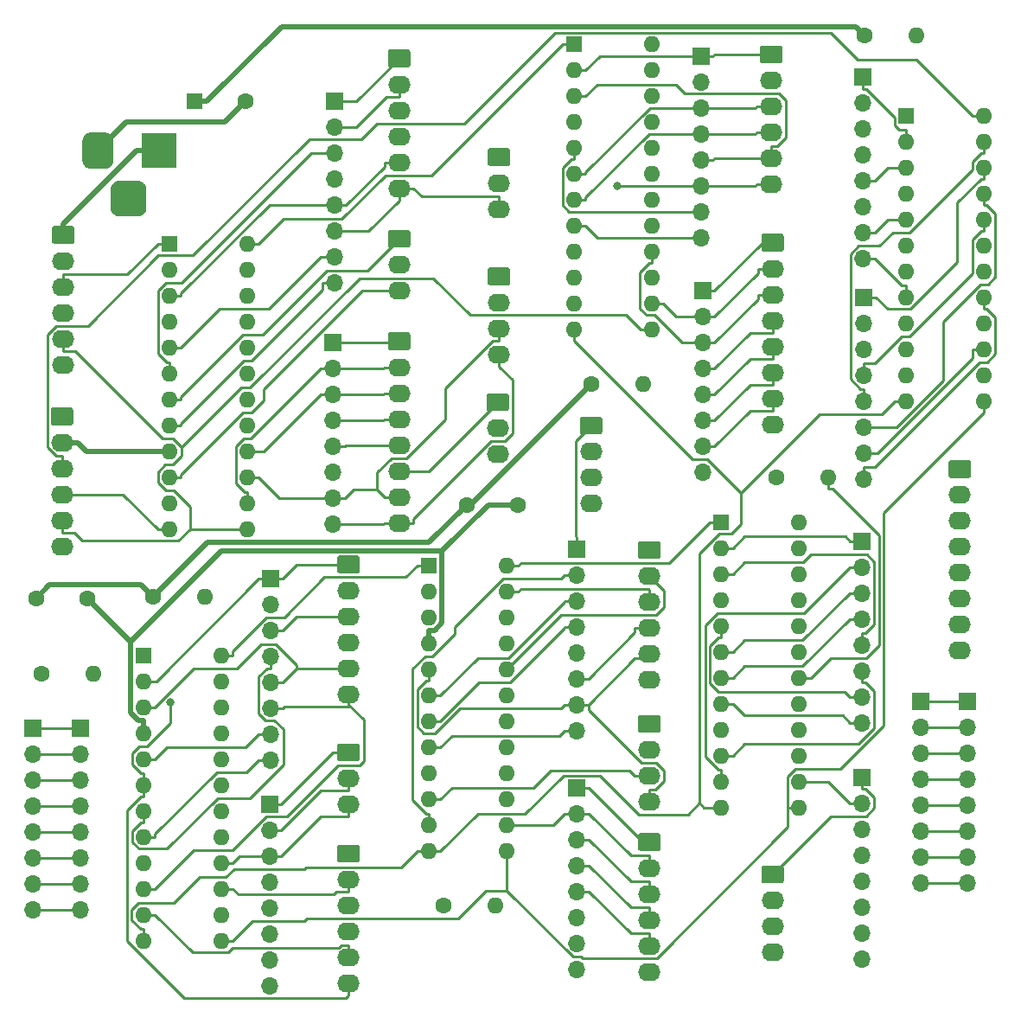
<source format=gbr>
G04 #@! TF.GenerationSoftware,KiCad,Pcbnew,(5.1.5-0-10_14)*
G04 #@! TF.CreationDate,2021-11-15T05:52:50+10:00*
G04 #@! TF.ProjectId,OH - UIP - Led Distribution,4f48202d-2055-4495-9020-2d204c656420,rev?*
G04 #@! TF.SameCoordinates,Original*
G04 #@! TF.FileFunction,Copper,L1,Top*
G04 #@! TF.FilePolarity,Positive*
%FSLAX46Y46*%
G04 Gerber Fmt 4.6, Leading zero omitted, Abs format (unit mm)*
G04 Created by KiCad (PCBNEW (5.1.5-0-10_14)) date 2021-11-15 05:52:50*
%MOMM*%
%LPD*%
G04 APERTURE LIST*
%ADD10C,1.600000*%
%ADD11O,1.600000X1.600000*%
%ADD12R,1.600000X1.600000*%
%ADD13O,2.200000X1.740000*%
%ADD14C,0.100000*%
%ADD15O,1.700000X1.700000*%
%ADD16R,1.700000X1.700000*%
%ADD17R,3.500000X3.500000*%
%ADD18C,0.800000*%
%ADD19C,0.500000*%
%ADD20C,0.250000*%
G04 APERTURE END LIST*
D10*
X162861000Y-92964000D03*
X157861000Y-92964000D03*
D11*
X208534000Y-54864000D03*
X200914000Y-82804000D03*
X208534000Y-57404000D03*
X200914000Y-80264000D03*
X208534000Y-59944000D03*
X200914000Y-77724000D03*
X208534000Y-62484000D03*
X200914000Y-75184000D03*
X208534000Y-65024000D03*
X200914000Y-72644000D03*
X208534000Y-67564000D03*
X200914000Y-70104000D03*
X208534000Y-70104000D03*
X200914000Y-67564000D03*
X208534000Y-72644000D03*
X200914000Y-65024000D03*
X208534000Y-75184000D03*
X200914000Y-62484000D03*
X208534000Y-77724000D03*
X200914000Y-59944000D03*
X208534000Y-80264000D03*
X200914000Y-57404000D03*
X208534000Y-82804000D03*
D12*
X200914000Y-54864000D03*
D11*
X201930000Y-46990000D03*
D10*
X196850000Y-46990000D03*
D13*
X206184000Y-107251500D03*
X206184000Y-104711500D03*
X206184000Y-102171500D03*
X206184000Y-99631500D03*
X206184000Y-97091500D03*
X206184000Y-94551500D03*
X206184000Y-92011500D03*
G04 #@! TA.AperFunction,ComponentPad*
D14*
G36*
X207058505Y-88602704D02*
G01*
X207082773Y-88606304D01*
X207106572Y-88612265D01*
X207129671Y-88620530D01*
X207151850Y-88631020D01*
X207172893Y-88643632D01*
X207192599Y-88658247D01*
X207210777Y-88674723D01*
X207227253Y-88692901D01*
X207241868Y-88712607D01*
X207254480Y-88733650D01*
X207264970Y-88755829D01*
X207273235Y-88778928D01*
X207279196Y-88802727D01*
X207282796Y-88826995D01*
X207284000Y-88851499D01*
X207284000Y-90091501D01*
X207282796Y-90116005D01*
X207279196Y-90140273D01*
X207273235Y-90164072D01*
X207264970Y-90187171D01*
X207254480Y-90209350D01*
X207241868Y-90230393D01*
X207227253Y-90250099D01*
X207210777Y-90268277D01*
X207192599Y-90284753D01*
X207172893Y-90299368D01*
X207151850Y-90311980D01*
X207129671Y-90322470D01*
X207106572Y-90330735D01*
X207082773Y-90336696D01*
X207058505Y-90340296D01*
X207034001Y-90341500D01*
X205333999Y-90341500D01*
X205309495Y-90340296D01*
X205285227Y-90336696D01*
X205261428Y-90330735D01*
X205238329Y-90322470D01*
X205216150Y-90311980D01*
X205195107Y-90299368D01*
X205175401Y-90284753D01*
X205157223Y-90268277D01*
X205140747Y-90250099D01*
X205126132Y-90230393D01*
X205113520Y-90209350D01*
X205103030Y-90187171D01*
X205094765Y-90164072D01*
X205088804Y-90140273D01*
X205085204Y-90116005D01*
X205084000Y-90091501D01*
X205084000Y-88851499D01*
X205085204Y-88826995D01*
X205088804Y-88802727D01*
X205094765Y-88778928D01*
X205103030Y-88755829D01*
X205113520Y-88733650D01*
X205126132Y-88712607D01*
X205140747Y-88692901D01*
X205157223Y-88674723D01*
X205175401Y-88658247D01*
X205195107Y-88643632D01*
X205216150Y-88631020D01*
X205238329Y-88620530D01*
X205261428Y-88612265D01*
X205285227Y-88606304D01*
X205309495Y-88602704D01*
X205333999Y-88601500D01*
X207034001Y-88601500D01*
X207058505Y-88602704D01*
G37*
G04 #@! TD.AperFunction*
D15*
X196786000Y-90424000D03*
X196786000Y-87884000D03*
X196786000Y-85344000D03*
X196786000Y-82804000D03*
X196786000Y-80264000D03*
X196786000Y-77724000D03*
X196786000Y-75184000D03*
D16*
X196786000Y-72644000D03*
D15*
X196660000Y-68897500D03*
X196660000Y-66357500D03*
X196660000Y-63817500D03*
X196660000Y-61277500D03*
X196660000Y-58737500D03*
X196660000Y-56197500D03*
X196660000Y-53657500D03*
D16*
X196660000Y-51117500D03*
D13*
X161036000Y-64008000D03*
X161036000Y-61468000D03*
G04 #@! TA.AperFunction,ComponentPad*
D14*
G36*
X161910505Y-58059204D02*
G01*
X161934773Y-58062804D01*
X161958572Y-58068765D01*
X161981671Y-58077030D01*
X162003850Y-58087520D01*
X162024893Y-58100132D01*
X162044599Y-58114747D01*
X162062777Y-58131223D01*
X162079253Y-58149401D01*
X162093868Y-58169107D01*
X162106480Y-58190150D01*
X162116970Y-58212329D01*
X162125235Y-58235428D01*
X162131196Y-58259227D01*
X162134796Y-58283495D01*
X162136000Y-58307999D01*
X162136000Y-59548001D01*
X162134796Y-59572505D01*
X162131196Y-59596773D01*
X162125235Y-59620572D01*
X162116970Y-59643671D01*
X162106480Y-59665850D01*
X162093868Y-59686893D01*
X162079253Y-59706599D01*
X162062777Y-59724777D01*
X162044599Y-59741253D01*
X162024893Y-59755868D01*
X162003850Y-59768480D01*
X161981671Y-59778970D01*
X161958572Y-59787235D01*
X161934773Y-59793196D01*
X161910505Y-59796796D01*
X161886001Y-59798000D01*
X160185999Y-59798000D01*
X160161495Y-59796796D01*
X160137227Y-59793196D01*
X160113428Y-59787235D01*
X160090329Y-59778970D01*
X160068150Y-59768480D01*
X160047107Y-59755868D01*
X160027401Y-59741253D01*
X160009223Y-59724777D01*
X159992747Y-59706599D01*
X159978132Y-59686893D01*
X159965520Y-59665850D01*
X159955030Y-59643671D01*
X159946765Y-59620572D01*
X159940804Y-59596773D01*
X159937204Y-59572505D01*
X159936000Y-59548001D01*
X159936000Y-58307999D01*
X159937204Y-58283495D01*
X159940804Y-58259227D01*
X159946765Y-58235428D01*
X159955030Y-58212329D01*
X159965520Y-58190150D01*
X159978132Y-58169107D01*
X159992747Y-58149401D01*
X160009223Y-58131223D01*
X160027401Y-58114747D01*
X160047107Y-58100132D01*
X160068150Y-58087520D01*
X160090329Y-58077030D01*
X160113428Y-58068765D01*
X160137227Y-58062804D01*
X160161495Y-58059204D01*
X160185999Y-58058000D01*
X161886001Y-58058000D01*
X161910505Y-58059204D01*
G37*
G04 #@! TD.AperFunction*
D11*
X190438000Y-94669000D03*
X182818000Y-122609000D03*
X190438000Y-97209000D03*
X182818000Y-120069000D03*
X190438000Y-99749000D03*
X182818000Y-117529000D03*
X190438000Y-102289000D03*
X182818000Y-114989000D03*
X190438000Y-104829000D03*
X182818000Y-112449000D03*
X190438000Y-107369000D03*
X182818000Y-109909000D03*
X190438000Y-109909000D03*
X182818000Y-107369000D03*
X190438000Y-112449000D03*
X182818000Y-104829000D03*
X190438000Y-114989000D03*
X182818000Y-102289000D03*
X190438000Y-117529000D03*
X182818000Y-99749000D03*
X190438000Y-120069000D03*
X182818000Y-97209000D03*
X190438000Y-122609000D03*
D12*
X182818000Y-94669000D03*
D11*
X193294000Y-90297000D03*
D10*
X188214000Y-90297000D03*
D13*
X187833000Y-136779000D03*
X187833000Y-134239000D03*
X187833000Y-131699000D03*
G04 #@! TA.AperFunction,ComponentPad*
D14*
G36*
X188707505Y-128290204D02*
G01*
X188731773Y-128293804D01*
X188755572Y-128299765D01*
X188778671Y-128308030D01*
X188800850Y-128318520D01*
X188821893Y-128331132D01*
X188841599Y-128345747D01*
X188859777Y-128362223D01*
X188876253Y-128380401D01*
X188890868Y-128400107D01*
X188903480Y-128421150D01*
X188913970Y-128443329D01*
X188922235Y-128466428D01*
X188928196Y-128490227D01*
X188931796Y-128514495D01*
X188933000Y-128538999D01*
X188933000Y-129779001D01*
X188931796Y-129803505D01*
X188928196Y-129827773D01*
X188922235Y-129851572D01*
X188913970Y-129874671D01*
X188903480Y-129896850D01*
X188890868Y-129917893D01*
X188876253Y-129937599D01*
X188859777Y-129955777D01*
X188841599Y-129972253D01*
X188821893Y-129986868D01*
X188800850Y-129999480D01*
X188778671Y-130009970D01*
X188755572Y-130018235D01*
X188731773Y-130024196D01*
X188707505Y-130027796D01*
X188683001Y-130029000D01*
X186982999Y-130029000D01*
X186958495Y-130027796D01*
X186934227Y-130024196D01*
X186910428Y-130018235D01*
X186887329Y-130009970D01*
X186865150Y-129999480D01*
X186844107Y-129986868D01*
X186824401Y-129972253D01*
X186806223Y-129955777D01*
X186789747Y-129937599D01*
X186775132Y-129917893D01*
X186762520Y-129896850D01*
X186752030Y-129874671D01*
X186743765Y-129851572D01*
X186737804Y-129827773D01*
X186734204Y-129803505D01*
X186733000Y-129779001D01*
X186733000Y-128538999D01*
X186734204Y-128514495D01*
X186737804Y-128490227D01*
X186743765Y-128466428D01*
X186752030Y-128443329D01*
X186762520Y-128421150D01*
X186775132Y-128400107D01*
X186789747Y-128380401D01*
X186806223Y-128362223D01*
X186824401Y-128345747D01*
X186844107Y-128331132D01*
X186865150Y-128318520D01*
X186887329Y-128308030D01*
X186910428Y-128299765D01*
X186934227Y-128293804D01*
X186958495Y-128290204D01*
X186982999Y-128289000D01*
X188683001Y-128289000D01*
X188707505Y-128290204D01*
G37*
G04 #@! TD.AperFunction*
D15*
X196596000Y-137414000D03*
X196596000Y-134874000D03*
X196596000Y-132334000D03*
X196596000Y-129794000D03*
X196596000Y-127254000D03*
X196596000Y-124714000D03*
X196596000Y-122174000D03*
D16*
X196596000Y-119634000D03*
D15*
X196596000Y-114300000D03*
X196596000Y-111760000D03*
X196596000Y-109220000D03*
X196596000Y-106680000D03*
X196596000Y-104140000D03*
X196596000Y-101600000D03*
X196596000Y-99060000D03*
D16*
X196596000Y-96520000D03*
D13*
X118237000Y-97028000D03*
X118237000Y-94488000D03*
X118237000Y-91948000D03*
X118237000Y-89408000D03*
X118237000Y-86868000D03*
G04 #@! TA.AperFunction,ComponentPad*
D14*
G36*
X119111505Y-83459204D02*
G01*
X119135773Y-83462804D01*
X119159572Y-83468765D01*
X119182671Y-83477030D01*
X119204850Y-83487520D01*
X119225893Y-83500132D01*
X119245599Y-83514747D01*
X119263777Y-83531223D01*
X119280253Y-83549401D01*
X119294868Y-83569107D01*
X119307480Y-83590150D01*
X119317970Y-83612329D01*
X119326235Y-83635428D01*
X119332196Y-83659227D01*
X119335796Y-83683495D01*
X119337000Y-83707999D01*
X119337000Y-84948001D01*
X119335796Y-84972505D01*
X119332196Y-84996773D01*
X119326235Y-85020572D01*
X119317970Y-85043671D01*
X119307480Y-85065850D01*
X119294868Y-85086893D01*
X119280253Y-85106599D01*
X119263777Y-85124777D01*
X119245599Y-85141253D01*
X119225893Y-85155868D01*
X119204850Y-85168480D01*
X119182671Y-85178970D01*
X119159572Y-85187235D01*
X119135773Y-85193196D01*
X119111505Y-85196796D01*
X119087001Y-85198000D01*
X117386999Y-85198000D01*
X117362495Y-85196796D01*
X117338227Y-85193196D01*
X117314428Y-85187235D01*
X117291329Y-85178970D01*
X117269150Y-85168480D01*
X117248107Y-85155868D01*
X117228401Y-85141253D01*
X117210223Y-85124777D01*
X117193747Y-85106599D01*
X117179132Y-85086893D01*
X117166520Y-85065850D01*
X117156030Y-85043671D01*
X117147765Y-85020572D01*
X117141804Y-84996773D01*
X117138204Y-84972505D01*
X117137000Y-84948001D01*
X117137000Y-83707999D01*
X117138204Y-83683495D01*
X117141804Y-83659227D01*
X117147765Y-83635428D01*
X117156030Y-83612329D01*
X117166520Y-83590150D01*
X117179132Y-83569107D01*
X117193747Y-83549401D01*
X117210223Y-83531223D01*
X117228401Y-83514747D01*
X117248107Y-83500132D01*
X117269150Y-83487520D01*
X117291329Y-83477030D01*
X117314428Y-83468765D01*
X117338227Y-83462804D01*
X117362495Y-83459204D01*
X117386999Y-83458000D01*
X119087001Y-83458000D01*
X119111505Y-83459204D01*
G37*
G04 #@! TD.AperFunction*
D13*
X118364000Y-79248000D03*
X118364000Y-76708000D03*
X118364000Y-74168000D03*
X118364000Y-71628000D03*
X118364000Y-69088000D03*
G04 #@! TA.AperFunction,ComponentPad*
D14*
G36*
X119238505Y-65679204D02*
G01*
X119262773Y-65682804D01*
X119286572Y-65688765D01*
X119309671Y-65697030D01*
X119331850Y-65707520D01*
X119352893Y-65720132D01*
X119372599Y-65734747D01*
X119390777Y-65751223D01*
X119407253Y-65769401D01*
X119421868Y-65789107D01*
X119434480Y-65810150D01*
X119444970Y-65832329D01*
X119453235Y-65855428D01*
X119459196Y-65879227D01*
X119462796Y-65903495D01*
X119464000Y-65927999D01*
X119464000Y-67168001D01*
X119462796Y-67192505D01*
X119459196Y-67216773D01*
X119453235Y-67240572D01*
X119444970Y-67263671D01*
X119434480Y-67285850D01*
X119421868Y-67306893D01*
X119407253Y-67326599D01*
X119390777Y-67344777D01*
X119372599Y-67361253D01*
X119352893Y-67375868D01*
X119331850Y-67388480D01*
X119309671Y-67398970D01*
X119286572Y-67407235D01*
X119262773Y-67413196D01*
X119238505Y-67416796D01*
X119214001Y-67418000D01*
X117513999Y-67418000D01*
X117489495Y-67416796D01*
X117465227Y-67413196D01*
X117441428Y-67407235D01*
X117418329Y-67398970D01*
X117396150Y-67388480D01*
X117375107Y-67375868D01*
X117355401Y-67361253D01*
X117337223Y-67344777D01*
X117320747Y-67326599D01*
X117306132Y-67306893D01*
X117293520Y-67285850D01*
X117283030Y-67263671D01*
X117274765Y-67240572D01*
X117268804Y-67216773D01*
X117265204Y-67192505D01*
X117264000Y-67168001D01*
X117264000Y-65927999D01*
X117265204Y-65903495D01*
X117268804Y-65879227D01*
X117274765Y-65855428D01*
X117283030Y-65832329D01*
X117293520Y-65810150D01*
X117306132Y-65789107D01*
X117320747Y-65769401D01*
X117337223Y-65751223D01*
X117355401Y-65734747D01*
X117375107Y-65720132D01*
X117396150Y-65707520D01*
X117418329Y-65697030D01*
X117441428Y-65688765D01*
X117465227Y-65682804D01*
X117489495Y-65679204D01*
X117513999Y-65678000D01*
X119214001Y-65678000D01*
X119238505Y-65679204D01*
G37*
G04 #@! TD.AperFunction*
G04 #@! TA.AperFunction,ComponentPad*
G36*
X125722765Y-61247213D02*
G01*
X125807704Y-61259813D01*
X125890999Y-61280677D01*
X125971848Y-61309605D01*
X126049472Y-61346319D01*
X126123124Y-61390464D01*
X126192094Y-61441616D01*
X126255718Y-61499282D01*
X126313384Y-61562906D01*
X126364536Y-61631876D01*
X126408681Y-61705528D01*
X126445395Y-61783152D01*
X126474323Y-61864001D01*
X126495187Y-61947296D01*
X126507787Y-62032235D01*
X126512000Y-62118000D01*
X126512000Y-63868000D01*
X126507787Y-63953765D01*
X126495187Y-64038704D01*
X126474323Y-64121999D01*
X126445395Y-64202848D01*
X126408681Y-64280472D01*
X126364536Y-64354124D01*
X126313384Y-64423094D01*
X126255718Y-64486718D01*
X126192094Y-64544384D01*
X126123124Y-64595536D01*
X126049472Y-64639681D01*
X125971848Y-64676395D01*
X125890999Y-64705323D01*
X125807704Y-64726187D01*
X125722765Y-64738787D01*
X125637000Y-64743000D01*
X123887000Y-64743000D01*
X123801235Y-64738787D01*
X123716296Y-64726187D01*
X123633001Y-64705323D01*
X123552152Y-64676395D01*
X123474528Y-64639681D01*
X123400876Y-64595536D01*
X123331906Y-64544384D01*
X123268282Y-64486718D01*
X123210616Y-64423094D01*
X123159464Y-64354124D01*
X123115319Y-64280472D01*
X123078605Y-64202848D01*
X123049677Y-64121999D01*
X123028813Y-64038704D01*
X123016213Y-63953765D01*
X123012000Y-63868000D01*
X123012000Y-62118000D01*
X123016213Y-62032235D01*
X123028813Y-61947296D01*
X123049677Y-61864001D01*
X123078605Y-61783152D01*
X123115319Y-61705528D01*
X123159464Y-61631876D01*
X123210616Y-61562906D01*
X123268282Y-61499282D01*
X123331906Y-61441616D01*
X123400876Y-61390464D01*
X123474528Y-61346319D01*
X123552152Y-61309605D01*
X123633001Y-61280677D01*
X123716296Y-61259813D01*
X123801235Y-61247213D01*
X123887000Y-61243000D01*
X125637000Y-61243000D01*
X125722765Y-61247213D01*
G37*
G04 #@! TD.AperFunction*
G04 #@! TA.AperFunction,ComponentPad*
G36*
X122585513Y-56546611D02*
G01*
X122658318Y-56557411D01*
X122729714Y-56575295D01*
X122799013Y-56600090D01*
X122865548Y-56631559D01*
X122928678Y-56669398D01*
X122987795Y-56713242D01*
X123042330Y-56762670D01*
X123091758Y-56817205D01*
X123135602Y-56876322D01*
X123173441Y-56939452D01*
X123204910Y-57005987D01*
X123229705Y-57075286D01*
X123247589Y-57146682D01*
X123258389Y-57219487D01*
X123262000Y-57293000D01*
X123262000Y-59293000D01*
X123258389Y-59366513D01*
X123247589Y-59439318D01*
X123229705Y-59510714D01*
X123204910Y-59580013D01*
X123173441Y-59646548D01*
X123135602Y-59709678D01*
X123091758Y-59768795D01*
X123042330Y-59823330D01*
X122987795Y-59872758D01*
X122928678Y-59916602D01*
X122865548Y-59954441D01*
X122799013Y-59985910D01*
X122729714Y-60010705D01*
X122658318Y-60028589D01*
X122585513Y-60039389D01*
X122512000Y-60043000D01*
X121012000Y-60043000D01*
X120938487Y-60039389D01*
X120865682Y-60028589D01*
X120794286Y-60010705D01*
X120724987Y-59985910D01*
X120658452Y-59954441D01*
X120595322Y-59916602D01*
X120536205Y-59872758D01*
X120481670Y-59823330D01*
X120432242Y-59768795D01*
X120388398Y-59709678D01*
X120350559Y-59646548D01*
X120319090Y-59580013D01*
X120294295Y-59510714D01*
X120276411Y-59439318D01*
X120265611Y-59366513D01*
X120262000Y-59293000D01*
X120262000Y-57293000D01*
X120265611Y-57219487D01*
X120276411Y-57146682D01*
X120294295Y-57075286D01*
X120319090Y-57005987D01*
X120350559Y-56939452D01*
X120388398Y-56876322D01*
X120432242Y-56817205D01*
X120481670Y-56762670D01*
X120536205Y-56713242D01*
X120595322Y-56669398D01*
X120658452Y-56631559D01*
X120724987Y-56600090D01*
X120794286Y-56575295D01*
X120865682Y-56557411D01*
X120938487Y-56546611D01*
X121012000Y-56543000D01*
X122512000Y-56543000D01*
X122585513Y-56546611D01*
G37*
G04 #@! TD.AperFunction*
D17*
X127762000Y-58293000D03*
D13*
X175768000Y-110109000D03*
X175768000Y-107569000D03*
X175768000Y-105029000D03*
X175768000Y-102489000D03*
X175768000Y-99949000D03*
G04 #@! TA.AperFunction,ComponentPad*
D14*
G36*
X176642505Y-96540204D02*
G01*
X176666773Y-96543804D01*
X176690572Y-96549765D01*
X176713671Y-96558030D01*
X176735850Y-96568520D01*
X176756893Y-96581132D01*
X176776599Y-96595747D01*
X176794777Y-96612223D01*
X176811253Y-96630401D01*
X176825868Y-96650107D01*
X176838480Y-96671150D01*
X176848970Y-96693329D01*
X176857235Y-96716428D01*
X176863196Y-96740227D01*
X176866796Y-96764495D01*
X176868000Y-96788999D01*
X176868000Y-98029001D01*
X176866796Y-98053505D01*
X176863196Y-98077773D01*
X176857235Y-98101572D01*
X176848970Y-98124671D01*
X176838480Y-98146850D01*
X176825868Y-98167893D01*
X176811253Y-98187599D01*
X176794777Y-98205777D01*
X176776599Y-98222253D01*
X176756893Y-98236868D01*
X176735850Y-98249480D01*
X176713671Y-98259970D01*
X176690572Y-98268235D01*
X176666773Y-98274196D01*
X176642505Y-98277796D01*
X176618001Y-98279000D01*
X174917999Y-98279000D01*
X174893495Y-98277796D01*
X174869227Y-98274196D01*
X174845428Y-98268235D01*
X174822329Y-98259970D01*
X174800150Y-98249480D01*
X174779107Y-98236868D01*
X174759401Y-98222253D01*
X174741223Y-98205777D01*
X174724747Y-98187599D01*
X174710132Y-98167893D01*
X174697520Y-98146850D01*
X174687030Y-98124671D01*
X174678765Y-98101572D01*
X174672804Y-98077773D01*
X174669204Y-98053505D01*
X174668000Y-98029001D01*
X174668000Y-96788999D01*
X174669204Y-96764495D01*
X174672804Y-96740227D01*
X174678765Y-96716428D01*
X174687030Y-96693329D01*
X174697520Y-96671150D01*
X174710132Y-96650107D01*
X174724747Y-96630401D01*
X174741223Y-96612223D01*
X174759401Y-96595747D01*
X174779107Y-96581132D01*
X174800150Y-96568520D01*
X174822329Y-96558030D01*
X174845428Y-96549765D01*
X174869227Y-96543804D01*
X174893495Y-96540204D01*
X174917999Y-96539000D01*
X176618001Y-96539000D01*
X176642505Y-96540204D01*
G37*
G04 #@! TD.AperFunction*
D13*
X175768000Y-122047000D03*
X175768000Y-119507000D03*
X175768000Y-116967000D03*
G04 #@! TA.AperFunction,ComponentPad*
D14*
G36*
X176642505Y-113558204D02*
G01*
X176666773Y-113561804D01*
X176690572Y-113567765D01*
X176713671Y-113576030D01*
X176735850Y-113586520D01*
X176756893Y-113599132D01*
X176776599Y-113613747D01*
X176794777Y-113630223D01*
X176811253Y-113648401D01*
X176825868Y-113668107D01*
X176838480Y-113689150D01*
X176848970Y-113711329D01*
X176857235Y-113734428D01*
X176863196Y-113758227D01*
X176866796Y-113782495D01*
X176868000Y-113806999D01*
X176868000Y-115047001D01*
X176866796Y-115071505D01*
X176863196Y-115095773D01*
X176857235Y-115119572D01*
X176848970Y-115142671D01*
X176838480Y-115164850D01*
X176825868Y-115185893D01*
X176811253Y-115205599D01*
X176794777Y-115223777D01*
X176776599Y-115240253D01*
X176756893Y-115254868D01*
X176735850Y-115267480D01*
X176713671Y-115277970D01*
X176690572Y-115286235D01*
X176666773Y-115292196D01*
X176642505Y-115295796D01*
X176618001Y-115297000D01*
X174917999Y-115297000D01*
X174893495Y-115295796D01*
X174869227Y-115292196D01*
X174845428Y-115286235D01*
X174822329Y-115277970D01*
X174800150Y-115267480D01*
X174779107Y-115254868D01*
X174759401Y-115240253D01*
X174741223Y-115223777D01*
X174724747Y-115205599D01*
X174710132Y-115185893D01*
X174697520Y-115164850D01*
X174687030Y-115142671D01*
X174678765Y-115119572D01*
X174672804Y-115095773D01*
X174669204Y-115071505D01*
X174668000Y-115047001D01*
X174668000Y-113806999D01*
X174669204Y-113782495D01*
X174672804Y-113758227D01*
X174678765Y-113734428D01*
X174687030Y-113711329D01*
X174697520Y-113689150D01*
X174710132Y-113668107D01*
X174724747Y-113648401D01*
X174741223Y-113630223D01*
X174759401Y-113613747D01*
X174779107Y-113599132D01*
X174800150Y-113586520D01*
X174822329Y-113576030D01*
X174845428Y-113567765D01*
X174869227Y-113561804D01*
X174893495Y-113558204D01*
X174917999Y-113557000D01*
X176618001Y-113557000D01*
X176642505Y-113558204D01*
G37*
G04 #@! TD.AperFunction*
D13*
X175768000Y-138684000D03*
X175768000Y-136144000D03*
X175768000Y-133604000D03*
X175768000Y-131064000D03*
X175768000Y-128524000D03*
G04 #@! TA.AperFunction,ComponentPad*
D14*
G36*
X176642505Y-125115204D02*
G01*
X176666773Y-125118804D01*
X176690572Y-125124765D01*
X176713671Y-125133030D01*
X176735850Y-125143520D01*
X176756893Y-125156132D01*
X176776599Y-125170747D01*
X176794777Y-125187223D01*
X176811253Y-125205401D01*
X176825868Y-125225107D01*
X176838480Y-125246150D01*
X176848970Y-125268329D01*
X176857235Y-125291428D01*
X176863196Y-125315227D01*
X176866796Y-125339495D01*
X176868000Y-125363999D01*
X176868000Y-126604001D01*
X176866796Y-126628505D01*
X176863196Y-126652773D01*
X176857235Y-126676572D01*
X176848970Y-126699671D01*
X176838480Y-126721850D01*
X176825868Y-126742893D01*
X176811253Y-126762599D01*
X176794777Y-126780777D01*
X176776599Y-126797253D01*
X176756893Y-126811868D01*
X176735850Y-126824480D01*
X176713671Y-126834970D01*
X176690572Y-126843235D01*
X176666773Y-126849196D01*
X176642505Y-126852796D01*
X176618001Y-126854000D01*
X174917999Y-126854000D01*
X174893495Y-126852796D01*
X174869227Y-126849196D01*
X174845428Y-126843235D01*
X174822329Y-126834970D01*
X174800150Y-126824480D01*
X174779107Y-126811868D01*
X174759401Y-126797253D01*
X174741223Y-126780777D01*
X174724747Y-126762599D01*
X174710132Y-126742893D01*
X174697520Y-126721850D01*
X174687030Y-126699671D01*
X174678765Y-126676572D01*
X174672804Y-126652773D01*
X174669204Y-126628505D01*
X174668000Y-126604001D01*
X174668000Y-125363999D01*
X174669204Y-125339495D01*
X174672804Y-125315227D01*
X174678765Y-125291428D01*
X174687030Y-125268329D01*
X174697520Y-125246150D01*
X174710132Y-125225107D01*
X174724747Y-125205401D01*
X174741223Y-125187223D01*
X174759401Y-125170747D01*
X174779107Y-125156132D01*
X174800150Y-125143520D01*
X174822329Y-125133030D01*
X174845428Y-125124765D01*
X174869227Y-125118804D01*
X174893495Y-125115204D01*
X174917999Y-125114000D01*
X176618001Y-125114000D01*
X176642505Y-125115204D01*
G37*
G04 #@! TD.AperFunction*
D13*
X170053000Y-92837000D03*
X170053000Y-90297000D03*
X170053000Y-87757000D03*
G04 #@! TA.AperFunction,ComponentPad*
D14*
G36*
X170927505Y-84348204D02*
G01*
X170951773Y-84351804D01*
X170975572Y-84357765D01*
X170998671Y-84366030D01*
X171020850Y-84376520D01*
X171041893Y-84389132D01*
X171061599Y-84403747D01*
X171079777Y-84420223D01*
X171096253Y-84438401D01*
X171110868Y-84458107D01*
X171123480Y-84479150D01*
X171133970Y-84501329D01*
X171142235Y-84524428D01*
X171148196Y-84548227D01*
X171151796Y-84572495D01*
X171153000Y-84596999D01*
X171153000Y-85837001D01*
X171151796Y-85861505D01*
X171148196Y-85885773D01*
X171142235Y-85909572D01*
X171133970Y-85932671D01*
X171123480Y-85954850D01*
X171110868Y-85975893D01*
X171096253Y-85995599D01*
X171079777Y-86013777D01*
X171061599Y-86030253D01*
X171041893Y-86044868D01*
X171020850Y-86057480D01*
X170998671Y-86067970D01*
X170975572Y-86076235D01*
X170951773Y-86082196D01*
X170927505Y-86085796D01*
X170903001Y-86087000D01*
X169202999Y-86087000D01*
X169178495Y-86085796D01*
X169154227Y-86082196D01*
X169130428Y-86076235D01*
X169107329Y-86067970D01*
X169085150Y-86057480D01*
X169064107Y-86044868D01*
X169044401Y-86030253D01*
X169026223Y-86013777D01*
X169009747Y-85995599D01*
X168995132Y-85975893D01*
X168982520Y-85954850D01*
X168972030Y-85932671D01*
X168963765Y-85909572D01*
X168957804Y-85885773D01*
X168954204Y-85861505D01*
X168953000Y-85837001D01*
X168953000Y-84596999D01*
X168954204Y-84572495D01*
X168957804Y-84548227D01*
X168963765Y-84524428D01*
X168972030Y-84501329D01*
X168982520Y-84479150D01*
X168995132Y-84458107D01*
X169009747Y-84438401D01*
X169026223Y-84420223D01*
X169044401Y-84403747D01*
X169064107Y-84389132D01*
X169085150Y-84376520D01*
X169107329Y-84366030D01*
X169130428Y-84357765D01*
X169154227Y-84351804D01*
X169178495Y-84348204D01*
X169202999Y-84347000D01*
X170903001Y-84347000D01*
X170927505Y-84348204D01*
G37*
G04 #@! TD.AperFunction*
D13*
X160909000Y-88011000D03*
X160909000Y-85471000D03*
G04 #@! TA.AperFunction,ComponentPad*
D14*
G36*
X161783505Y-82062204D02*
G01*
X161807773Y-82065804D01*
X161831572Y-82071765D01*
X161854671Y-82080030D01*
X161876850Y-82090520D01*
X161897893Y-82103132D01*
X161917599Y-82117747D01*
X161935777Y-82134223D01*
X161952253Y-82152401D01*
X161966868Y-82172107D01*
X161979480Y-82193150D01*
X161989970Y-82215329D01*
X161998235Y-82238428D01*
X162004196Y-82262227D01*
X162007796Y-82286495D01*
X162009000Y-82310999D01*
X162009000Y-83551001D01*
X162007796Y-83575505D01*
X162004196Y-83599773D01*
X161998235Y-83623572D01*
X161989970Y-83646671D01*
X161979480Y-83668850D01*
X161966868Y-83689893D01*
X161952253Y-83709599D01*
X161935777Y-83727777D01*
X161917599Y-83744253D01*
X161897893Y-83758868D01*
X161876850Y-83771480D01*
X161854671Y-83781970D01*
X161831572Y-83790235D01*
X161807773Y-83796196D01*
X161783505Y-83799796D01*
X161759001Y-83801000D01*
X160058999Y-83801000D01*
X160034495Y-83799796D01*
X160010227Y-83796196D01*
X159986428Y-83790235D01*
X159963329Y-83781970D01*
X159941150Y-83771480D01*
X159920107Y-83758868D01*
X159900401Y-83744253D01*
X159882223Y-83727777D01*
X159865747Y-83709599D01*
X159851132Y-83689893D01*
X159838520Y-83668850D01*
X159828030Y-83646671D01*
X159819765Y-83623572D01*
X159813804Y-83599773D01*
X159810204Y-83575505D01*
X159809000Y-83551001D01*
X159809000Y-82310999D01*
X159810204Y-82286495D01*
X159813804Y-82262227D01*
X159819765Y-82238428D01*
X159828030Y-82215329D01*
X159838520Y-82193150D01*
X159851132Y-82172107D01*
X159865747Y-82152401D01*
X159882223Y-82134223D01*
X159900401Y-82117747D01*
X159920107Y-82103132D01*
X159941150Y-82090520D01*
X159963329Y-82080030D01*
X159986428Y-82071765D01*
X160010227Y-82065804D01*
X160034495Y-82062204D01*
X160058999Y-82061000D01*
X161759001Y-82061000D01*
X161783505Y-82062204D01*
G37*
G04 #@! TD.AperFunction*
D13*
X146304000Y-139827000D03*
X146304000Y-137287000D03*
X146304000Y-134747000D03*
X146304000Y-132207000D03*
X146304000Y-129667000D03*
G04 #@! TA.AperFunction,ComponentPad*
D14*
G36*
X147178505Y-126258204D02*
G01*
X147202773Y-126261804D01*
X147226572Y-126267765D01*
X147249671Y-126276030D01*
X147271850Y-126286520D01*
X147292893Y-126299132D01*
X147312599Y-126313747D01*
X147330777Y-126330223D01*
X147347253Y-126348401D01*
X147361868Y-126368107D01*
X147374480Y-126389150D01*
X147384970Y-126411329D01*
X147393235Y-126434428D01*
X147399196Y-126458227D01*
X147402796Y-126482495D01*
X147404000Y-126506999D01*
X147404000Y-127747001D01*
X147402796Y-127771505D01*
X147399196Y-127795773D01*
X147393235Y-127819572D01*
X147384970Y-127842671D01*
X147374480Y-127864850D01*
X147361868Y-127885893D01*
X147347253Y-127905599D01*
X147330777Y-127923777D01*
X147312599Y-127940253D01*
X147292893Y-127954868D01*
X147271850Y-127967480D01*
X147249671Y-127977970D01*
X147226572Y-127986235D01*
X147202773Y-127992196D01*
X147178505Y-127995796D01*
X147154001Y-127997000D01*
X145453999Y-127997000D01*
X145429495Y-127995796D01*
X145405227Y-127992196D01*
X145381428Y-127986235D01*
X145358329Y-127977970D01*
X145336150Y-127967480D01*
X145315107Y-127954868D01*
X145295401Y-127940253D01*
X145277223Y-127923777D01*
X145260747Y-127905599D01*
X145246132Y-127885893D01*
X145233520Y-127864850D01*
X145223030Y-127842671D01*
X145214765Y-127819572D01*
X145208804Y-127795773D01*
X145205204Y-127771505D01*
X145204000Y-127747001D01*
X145204000Y-126506999D01*
X145205204Y-126482495D01*
X145208804Y-126458227D01*
X145214765Y-126434428D01*
X145223030Y-126411329D01*
X145233520Y-126389150D01*
X145246132Y-126368107D01*
X145260747Y-126348401D01*
X145277223Y-126330223D01*
X145295401Y-126313747D01*
X145315107Y-126299132D01*
X145336150Y-126286520D01*
X145358329Y-126276030D01*
X145381428Y-126267765D01*
X145405227Y-126261804D01*
X145429495Y-126258204D01*
X145453999Y-126257000D01*
X147154001Y-126257000D01*
X147178505Y-126258204D01*
G37*
G04 #@! TD.AperFunction*
D13*
X146304000Y-122301000D03*
X146304000Y-119761000D03*
G04 #@! TA.AperFunction,ComponentPad*
D14*
G36*
X147178505Y-116352204D02*
G01*
X147202773Y-116355804D01*
X147226572Y-116361765D01*
X147249671Y-116370030D01*
X147271850Y-116380520D01*
X147292893Y-116393132D01*
X147312599Y-116407747D01*
X147330777Y-116424223D01*
X147347253Y-116442401D01*
X147361868Y-116462107D01*
X147374480Y-116483150D01*
X147384970Y-116505329D01*
X147393235Y-116528428D01*
X147399196Y-116552227D01*
X147402796Y-116576495D01*
X147404000Y-116600999D01*
X147404000Y-117841001D01*
X147402796Y-117865505D01*
X147399196Y-117889773D01*
X147393235Y-117913572D01*
X147384970Y-117936671D01*
X147374480Y-117958850D01*
X147361868Y-117979893D01*
X147347253Y-117999599D01*
X147330777Y-118017777D01*
X147312599Y-118034253D01*
X147292893Y-118048868D01*
X147271850Y-118061480D01*
X147249671Y-118071970D01*
X147226572Y-118080235D01*
X147202773Y-118086196D01*
X147178505Y-118089796D01*
X147154001Y-118091000D01*
X145453999Y-118091000D01*
X145429495Y-118089796D01*
X145405227Y-118086196D01*
X145381428Y-118080235D01*
X145358329Y-118071970D01*
X145336150Y-118061480D01*
X145315107Y-118048868D01*
X145295401Y-118034253D01*
X145277223Y-118017777D01*
X145260747Y-117999599D01*
X145246132Y-117979893D01*
X145233520Y-117958850D01*
X145223030Y-117936671D01*
X145214765Y-117913572D01*
X145208804Y-117889773D01*
X145205204Y-117865505D01*
X145204000Y-117841001D01*
X145204000Y-116600999D01*
X145205204Y-116576495D01*
X145208804Y-116552227D01*
X145214765Y-116528428D01*
X145223030Y-116505329D01*
X145233520Y-116483150D01*
X145246132Y-116462107D01*
X145260747Y-116442401D01*
X145277223Y-116424223D01*
X145295401Y-116407747D01*
X145315107Y-116393132D01*
X145336150Y-116380520D01*
X145358329Y-116370030D01*
X145381428Y-116361765D01*
X145405227Y-116355804D01*
X145429495Y-116352204D01*
X145453999Y-116351000D01*
X147154001Y-116351000D01*
X147178505Y-116352204D01*
G37*
G04 #@! TD.AperFunction*
D13*
X146304000Y-111506000D03*
X146304000Y-108966000D03*
X146304000Y-106426000D03*
X146304000Y-103886000D03*
X146304000Y-101346000D03*
G04 #@! TA.AperFunction,ComponentPad*
D14*
G36*
X147178505Y-97937204D02*
G01*
X147202773Y-97940804D01*
X147226572Y-97946765D01*
X147249671Y-97955030D01*
X147271850Y-97965520D01*
X147292893Y-97978132D01*
X147312599Y-97992747D01*
X147330777Y-98009223D01*
X147347253Y-98027401D01*
X147361868Y-98047107D01*
X147374480Y-98068150D01*
X147384970Y-98090329D01*
X147393235Y-98113428D01*
X147399196Y-98137227D01*
X147402796Y-98161495D01*
X147404000Y-98185999D01*
X147404000Y-99426001D01*
X147402796Y-99450505D01*
X147399196Y-99474773D01*
X147393235Y-99498572D01*
X147384970Y-99521671D01*
X147374480Y-99543850D01*
X147361868Y-99564893D01*
X147347253Y-99584599D01*
X147330777Y-99602777D01*
X147312599Y-99619253D01*
X147292893Y-99633868D01*
X147271850Y-99646480D01*
X147249671Y-99656970D01*
X147226572Y-99665235D01*
X147202773Y-99671196D01*
X147178505Y-99674796D01*
X147154001Y-99676000D01*
X145453999Y-99676000D01*
X145429495Y-99674796D01*
X145405227Y-99671196D01*
X145381428Y-99665235D01*
X145358329Y-99656970D01*
X145336150Y-99646480D01*
X145315107Y-99633868D01*
X145295401Y-99619253D01*
X145277223Y-99602777D01*
X145260747Y-99584599D01*
X145246132Y-99564893D01*
X145233520Y-99543850D01*
X145223030Y-99521671D01*
X145214765Y-99498572D01*
X145208804Y-99474773D01*
X145205204Y-99450505D01*
X145204000Y-99426001D01*
X145204000Y-98185999D01*
X145205204Y-98161495D01*
X145208804Y-98137227D01*
X145214765Y-98113428D01*
X145223030Y-98090329D01*
X145233520Y-98068150D01*
X145246132Y-98047107D01*
X145260747Y-98027401D01*
X145277223Y-98009223D01*
X145295401Y-97992747D01*
X145315107Y-97978132D01*
X145336150Y-97965520D01*
X145358329Y-97955030D01*
X145381428Y-97946765D01*
X145405227Y-97940804D01*
X145429495Y-97937204D01*
X145453999Y-97936000D01*
X147154001Y-97936000D01*
X147178505Y-97937204D01*
G37*
G04 #@! TD.AperFunction*
D13*
X187706000Y-61595000D03*
X187706000Y-59055000D03*
X187706000Y-56515000D03*
X187706000Y-53975000D03*
X187706000Y-51435000D03*
G04 #@! TA.AperFunction,ComponentPad*
D14*
G36*
X188580505Y-48026204D02*
G01*
X188604773Y-48029804D01*
X188628572Y-48035765D01*
X188651671Y-48044030D01*
X188673850Y-48054520D01*
X188694893Y-48067132D01*
X188714599Y-48081747D01*
X188732777Y-48098223D01*
X188749253Y-48116401D01*
X188763868Y-48136107D01*
X188776480Y-48157150D01*
X188786970Y-48179329D01*
X188795235Y-48202428D01*
X188801196Y-48226227D01*
X188804796Y-48250495D01*
X188806000Y-48274999D01*
X188806000Y-49515001D01*
X188804796Y-49539505D01*
X188801196Y-49563773D01*
X188795235Y-49587572D01*
X188786970Y-49610671D01*
X188776480Y-49632850D01*
X188763868Y-49653893D01*
X188749253Y-49673599D01*
X188732777Y-49691777D01*
X188714599Y-49708253D01*
X188694893Y-49722868D01*
X188673850Y-49735480D01*
X188651671Y-49745970D01*
X188628572Y-49754235D01*
X188604773Y-49760196D01*
X188580505Y-49763796D01*
X188556001Y-49765000D01*
X186855999Y-49765000D01*
X186831495Y-49763796D01*
X186807227Y-49760196D01*
X186783428Y-49754235D01*
X186760329Y-49745970D01*
X186738150Y-49735480D01*
X186717107Y-49722868D01*
X186697401Y-49708253D01*
X186679223Y-49691777D01*
X186662747Y-49673599D01*
X186648132Y-49653893D01*
X186635520Y-49632850D01*
X186625030Y-49610671D01*
X186616765Y-49587572D01*
X186610804Y-49563773D01*
X186607204Y-49539505D01*
X186606000Y-49515001D01*
X186606000Y-48274999D01*
X186607204Y-48250495D01*
X186610804Y-48226227D01*
X186616765Y-48202428D01*
X186625030Y-48179329D01*
X186635520Y-48157150D01*
X186648132Y-48136107D01*
X186662747Y-48116401D01*
X186679223Y-48098223D01*
X186697401Y-48081747D01*
X186717107Y-48067132D01*
X186738150Y-48054520D01*
X186760329Y-48044030D01*
X186783428Y-48035765D01*
X186807227Y-48029804D01*
X186831495Y-48026204D01*
X186855999Y-48025000D01*
X188556001Y-48025000D01*
X188580505Y-48026204D01*
G37*
G04 #@! TD.AperFunction*
D13*
X187833000Y-85090000D03*
X187833000Y-82550000D03*
X187833000Y-80010000D03*
X187833000Y-77470000D03*
X187833000Y-74930000D03*
X187833000Y-72390000D03*
X187833000Y-69850000D03*
G04 #@! TA.AperFunction,ComponentPad*
D14*
G36*
X188707505Y-66441204D02*
G01*
X188731773Y-66444804D01*
X188755572Y-66450765D01*
X188778671Y-66459030D01*
X188800850Y-66469520D01*
X188821893Y-66482132D01*
X188841599Y-66496747D01*
X188859777Y-66513223D01*
X188876253Y-66531401D01*
X188890868Y-66551107D01*
X188903480Y-66572150D01*
X188913970Y-66594329D01*
X188922235Y-66617428D01*
X188928196Y-66641227D01*
X188931796Y-66665495D01*
X188933000Y-66689999D01*
X188933000Y-67930001D01*
X188931796Y-67954505D01*
X188928196Y-67978773D01*
X188922235Y-68002572D01*
X188913970Y-68025671D01*
X188903480Y-68047850D01*
X188890868Y-68068893D01*
X188876253Y-68088599D01*
X188859777Y-68106777D01*
X188841599Y-68123253D01*
X188821893Y-68137868D01*
X188800850Y-68150480D01*
X188778671Y-68160970D01*
X188755572Y-68169235D01*
X188731773Y-68175196D01*
X188707505Y-68178796D01*
X188683001Y-68180000D01*
X186982999Y-68180000D01*
X186958495Y-68178796D01*
X186934227Y-68175196D01*
X186910428Y-68169235D01*
X186887329Y-68160970D01*
X186865150Y-68150480D01*
X186844107Y-68137868D01*
X186824401Y-68123253D01*
X186806223Y-68106777D01*
X186789747Y-68088599D01*
X186775132Y-68068893D01*
X186762520Y-68047850D01*
X186752030Y-68025671D01*
X186743765Y-68002572D01*
X186737804Y-67978773D01*
X186734204Y-67954505D01*
X186733000Y-67930001D01*
X186733000Y-66689999D01*
X186734204Y-66665495D01*
X186737804Y-66641227D01*
X186743765Y-66617428D01*
X186752030Y-66594329D01*
X186762520Y-66572150D01*
X186775132Y-66551107D01*
X186789747Y-66531401D01*
X186806223Y-66513223D01*
X186824401Y-66496747D01*
X186844107Y-66482132D01*
X186865150Y-66469520D01*
X186887329Y-66459030D01*
X186910428Y-66450765D01*
X186934227Y-66444804D01*
X186958495Y-66441204D01*
X186982999Y-66440000D01*
X188683001Y-66440000D01*
X188707505Y-66441204D01*
G37*
G04 #@! TD.AperFunction*
D13*
X161036000Y-78232000D03*
X161036000Y-75692000D03*
X161036000Y-73152000D03*
G04 #@! TA.AperFunction,ComponentPad*
D14*
G36*
X161910505Y-69743204D02*
G01*
X161934773Y-69746804D01*
X161958572Y-69752765D01*
X161981671Y-69761030D01*
X162003850Y-69771520D01*
X162024893Y-69784132D01*
X162044599Y-69798747D01*
X162062777Y-69815223D01*
X162079253Y-69833401D01*
X162093868Y-69853107D01*
X162106480Y-69874150D01*
X162116970Y-69896329D01*
X162125235Y-69919428D01*
X162131196Y-69943227D01*
X162134796Y-69967495D01*
X162136000Y-69991999D01*
X162136000Y-71232001D01*
X162134796Y-71256505D01*
X162131196Y-71280773D01*
X162125235Y-71304572D01*
X162116970Y-71327671D01*
X162106480Y-71349850D01*
X162093868Y-71370893D01*
X162079253Y-71390599D01*
X162062777Y-71408777D01*
X162044599Y-71425253D01*
X162024893Y-71439868D01*
X162003850Y-71452480D01*
X161981671Y-71462970D01*
X161958572Y-71471235D01*
X161934773Y-71477196D01*
X161910505Y-71480796D01*
X161886001Y-71482000D01*
X160185999Y-71482000D01*
X160161495Y-71480796D01*
X160137227Y-71477196D01*
X160113428Y-71471235D01*
X160090329Y-71462970D01*
X160068150Y-71452480D01*
X160047107Y-71439868D01*
X160027401Y-71425253D01*
X160009223Y-71408777D01*
X159992747Y-71390599D01*
X159978132Y-71370893D01*
X159965520Y-71349850D01*
X159955030Y-71327671D01*
X159946765Y-71304572D01*
X159940804Y-71280773D01*
X159937204Y-71256505D01*
X159936000Y-71232001D01*
X159936000Y-69991999D01*
X159937204Y-69967495D01*
X159940804Y-69943227D01*
X159946765Y-69919428D01*
X159955030Y-69896329D01*
X159965520Y-69874150D01*
X159978132Y-69853107D01*
X159992747Y-69833401D01*
X160009223Y-69815223D01*
X160027401Y-69798747D01*
X160047107Y-69784132D01*
X160068150Y-69771520D01*
X160090329Y-69761030D01*
X160113428Y-69752765D01*
X160137227Y-69746804D01*
X160161495Y-69743204D01*
X160185999Y-69742000D01*
X161886001Y-69742000D01*
X161910505Y-69743204D01*
G37*
G04 #@! TD.AperFunction*
D13*
X151257000Y-72009000D03*
X151257000Y-69469000D03*
G04 #@! TA.AperFunction,ComponentPad*
D14*
G36*
X152131505Y-66060204D02*
G01*
X152155773Y-66063804D01*
X152179572Y-66069765D01*
X152202671Y-66078030D01*
X152224850Y-66088520D01*
X152245893Y-66101132D01*
X152265599Y-66115747D01*
X152283777Y-66132223D01*
X152300253Y-66150401D01*
X152314868Y-66170107D01*
X152327480Y-66191150D01*
X152337970Y-66213329D01*
X152346235Y-66236428D01*
X152352196Y-66260227D01*
X152355796Y-66284495D01*
X152357000Y-66308999D01*
X152357000Y-67549001D01*
X152355796Y-67573505D01*
X152352196Y-67597773D01*
X152346235Y-67621572D01*
X152337970Y-67644671D01*
X152327480Y-67666850D01*
X152314868Y-67687893D01*
X152300253Y-67707599D01*
X152283777Y-67725777D01*
X152265599Y-67742253D01*
X152245893Y-67756868D01*
X152224850Y-67769480D01*
X152202671Y-67779970D01*
X152179572Y-67788235D01*
X152155773Y-67794196D01*
X152131505Y-67797796D01*
X152107001Y-67799000D01*
X150406999Y-67799000D01*
X150382495Y-67797796D01*
X150358227Y-67794196D01*
X150334428Y-67788235D01*
X150311329Y-67779970D01*
X150289150Y-67769480D01*
X150268107Y-67756868D01*
X150248401Y-67742253D01*
X150230223Y-67725777D01*
X150213747Y-67707599D01*
X150199132Y-67687893D01*
X150186520Y-67666850D01*
X150176030Y-67644671D01*
X150167765Y-67621572D01*
X150161804Y-67597773D01*
X150158204Y-67573505D01*
X150157000Y-67549001D01*
X150157000Y-66308999D01*
X150158204Y-66284495D01*
X150161804Y-66260227D01*
X150167765Y-66236428D01*
X150176030Y-66213329D01*
X150186520Y-66191150D01*
X150199132Y-66170107D01*
X150213747Y-66150401D01*
X150230223Y-66132223D01*
X150248401Y-66115747D01*
X150268107Y-66101132D01*
X150289150Y-66088520D01*
X150311329Y-66078030D01*
X150334428Y-66069765D01*
X150358227Y-66063804D01*
X150382495Y-66060204D01*
X150406999Y-66059000D01*
X152107001Y-66059000D01*
X152131505Y-66060204D01*
G37*
G04 #@! TD.AperFunction*
D13*
X151257000Y-94742000D03*
X151257000Y-92202000D03*
X151257000Y-89662000D03*
X151257000Y-87122000D03*
X151257000Y-84582000D03*
X151257000Y-82042000D03*
X151257000Y-79502000D03*
G04 #@! TA.AperFunction,ComponentPad*
D14*
G36*
X152131505Y-76093204D02*
G01*
X152155773Y-76096804D01*
X152179572Y-76102765D01*
X152202671Y-76111030D01*
X152224850Y-76121520D01*
X152245893Y-76134132D01*
X152265599Y-76148747D01*
X152283777Y-76165223D01*
X152300253Y-76183401D01*
X152314868Y-76203107D01*
X152327480Y-76224150D01*
X152337970Y-76246329D01*
X152346235Y-76269428D01*
X152352196Y-76293227D01*
X152355796Y-76317495D01*
X152357000Y-76341999D01*
X152357000Y-77582001D01*
X152355796Y-77606505D01*
X152352196Y-77630773D01*
X152346235Y-77654572D01*
X152337970Y-77677671D01*
X152327480Y-77699850D01*
X152314868Y-77720893D01*
X152300253Y-77740599D01*
X152283777Y-77758777D01*
X152265599Y-77775253D01*
X152245893Y-77789868D01*
X152224850Y-77802480D01*
X152202671Y-77812970D01*
X152179572Y-77821235D01*
X152155773Y-77827196D01*
X152131505Y-77830796D01*
X152107001Y-77832000D01*
X150406999Y-77832000D01*
X150382495Y-77830796D01*
X150358227Y-77827196D01*
X150334428Y-77821235D01*
X150311329Y-77812970D01*
X150289150Y-77802480D01*
X150268107Y-77789868D01*
X150248401Y-77775253D01*
X150230223Y-77758777D01*
X150213747Y-77740599D01*
X150199132Y-77720893D01*
X150186520Y-77699850D01*
X150176030Y-77677671D01*
X150167765Y-77654572D01*
X150161804Y-77630773D01*
X150158204Y-77606505D01*
X150157000Y-77582001D01*
X150157000Y-76341999D01*
X150158204Y-76317495D01*
X150161804Y-76293227D01*
X150167765Y-76269428D01*
X150176030Y-76246329D01*
X150186520Y-76224150D01*
X150199132Y-76203107D01*
X150213747Y-76183401D01*
X150230223Y-76165223D01*
X150248401Y-76148747D01*
X150268107Y-76134132D01*
X150289150Y-76121520D01*
X150311329Y-76111030D01*
X150334428Y-76102765D01*
X150358227Y-76096804D01*
X150382495Y-76093204D01*
X150406999Y-76092000D01*
X152107001Y-76092000D01*
X152131505Y-76093204D01*
G37*
G04 #@! TD.AperFunction*
D13*
X151257000Y-61976000D03*
X151257000Y-59436000D03*
X151257000Y-56896000D03*
X151257000Y-54356000D03*
X151257000Y-51816000D03*
G04 #@! TA.AperFunction,ComponentPad*
D14*
G36*
X152131505Y-48407204D02*
G01*
X152155773Y-48410804D01*
X152179572Y-48416765D01*
X152202671Y-48425030D01*
X152224850Y-48435520D01*
X152245893Y-48448132D01*
X152265599Y-48462747D01*
X152283777Y-48479223D01*
X152300253Y-48497401D01*
X152314868Y-48517107D01*
X152327480Y-48538150D01*
X152337970Y-48560329D01*
X152346235Y-48583428D01*
X152352196Y-48607227D01*
X152355796Y-48631495D01*
X152357000Y-48655999D01*
X152357000Y-49896001D01*
X152355796Y-49920505D01*
X152352196Y-49944773D01*
X152346235Y-49968572D01*
X152337970Y-49991671D01*
X152327480Y-50013850D01*
X152314868Y-50034893D01*
X152300253Y-50054599D01*
X152283777Y-50072777D01*
X152265599Y-50089253D01*
X152245893Y-50103868D01*
X152224850Y-50116480D01*
X152202671Y-50126970D01*
X152179572Y-50135235D01*
X152155773Y-50141196D01*
X152131505Y-50144796D01*
X152107001Y-50146000D01*
X150406999Y-50146000D01*
X150382495Y-50144796D01*
X150358227Y-50141196D01*
X150334428Y-50135235D01*
X150311329Y-50126970D01*
X150289150Y-50116480D01*
X150268107Y-50103868D01*
X150248401Y-50089253D01*
X150230223Y-50072777D01*
X150213747Y-50054599D01*
X150199132Y-50034893D01*
X150186520Y-50013850D01*
X150176030Y-49991671D01*
X150167765Y-49968572D01*
X150161804Y-49944773D01*
X150158204Y-49920505D01*
X150157000Y-49896001D01*
X150157000Y-48655999D01*
X150158204Y-48631495D01*
X150161804Y-48607227D01*
X150167765Y-48583428D01*
X150176030Y-48560329D01*
X150186520Y-48538150D01*
X150199132Y-48517107D01*
X150213747Y-48497401D01*
X150230223Y-48479223D01*
X150248401Y-48462747D01*
X150268107Y-48448132D01*
X150289150Y-48435520D01*
X150311329Y-48425030D01*
X150334428Y-48416765D01*
X150358227Y-48410804D01*
X150382495Y-48407204D01*
X150406999Y-48406000D01*
X152107001Y-48406000D01*
X152131505Y-48407204D01*
G37*
G04 #@! TD.AperFunction*
D11*
X133858000Y-107696000D03*
X126238000Y-135636000D03*
X133858000Y-110236000D03*
X126238000Y-133096000D03*
X133858000Y-112776000D03*
X126238000Y-130556000D03*
X133858000Y-115316000D03*
X126238000Y-128016000D03*
X133858000Y-117856000D03*
X126238000Y-125476000D03*
X133858000Y-120396000D03*
X126238000Y-122936000D03*
X133858000Y-122936000D03*
X126238000Y-120396000D03*
X133858000Y-125476000D03*
X126238000Y-117856000D03*
X133858000Y-128016000D03*
X126238000Y-115316000D03*
X133858000Y-130556000D03*
X126238000Y-112776000D03*
X133858000Y-133096000D03*
X126238000Y-110236000D03*
X133858000Y-135636000D03*
D12*
X126238000Y-107696000D03*
D11*
X176022000Y-47879000D03*
X168402000Y-75819000D03*
X176022000Y-50419000D03*
X168402000Y-73279000D03*
X176022000Y-52959000D03*
X168402000Y-70739000D03*
X176022000Y-55499000D03*
X168402000Y-68199000D03*
X176022000Y-58039000D03*
X168402000Y-65659000D03*
X176022000Y-60579000D03*
X168402000Y-63119000D03*
X176022000Y-63119000D03*
X168402000Y-60579000D03*
X176022000Y-65659000D03*
X168402000Y-58039000D03*
X176022000Y-68199000D03*
X168402000Y-55499000D03*
X176022000Y-70739000D03*
X168402000Y-52959000D03*
X176022000Y-73279000D03*
X168402000Y-50419000D03*
X176022000Y-75819000D03*
D12*
X168402000Y-47879000D03*
D11*
X161798000Y-98933000D03*
X154178000Y-126873000D03*
X161798000Y-101473000D03*
X154178000Y-124333000D03*
X161798000Y-104013000D03*
X154178000Y-121793000D03*
X161798000Y-106553000D03*
X154178000Y-119253000D03*
X161798000Y-109093000D03*
X154178000Y-116713000D03*
X161798000Y-111633000D03*
X154178000Y-114173000D03*
X161798000Y-114173000D03*
X154178000Y-111633000D03*
X161798000Y-116713000D03*
X154178000Y-109093000D03*
X161798000Y-119253000D03*
X154178000Y-106553000D03*
X161798000Y-121793000D03*
X154178000Y-104013000D03*
X161798000Y-124333000D03*
X154178000Y-101473000D03*
X161798000Y-126873000D03*
D12*
X154178000Y-98933000D03*
D11*
X121348000Y-109474000D03*
D10*
X116268000Y-109474000D03*
D11*
X175133000Y-81153000D03*
D10*
X170053000Y-81153000D03*
D11*
X160655000Y-132207000D03*
D10*
X155575000Y-132207000D03*
D15*
X180848000Y-66802000D03*
X180848000Y-64262000D03*
X180848000Y-61722000D03*
X180848000Y-59182000D03*
X180848000Y-56642000D03*
X180848000Y-54102000D03*
X180848000Y-51562000D03*
D16*
X180848000Y-49022000D03*
D15*
X180975000Y-89789000D03*
X180975000Y-87249000D03*
X180975000Y-84709000D03*
X180975000Y-82169000D03*
X180975000Y-79629000D03*
X180975000Y-77089000D03*
X180975000Y-74549000D03*
D16*
X180975000Y-72009000D03*
D15*
X168656000Y-115062000D03*
X168656000Y-112522000D03*
X168656000Y-109982000D03*
X168656000Y-107442000D03*
X168656000Y-104902000D03*
X168656000Y-102362000D03*
X168656000Y-99822000D03*
D16*
X168656000Y-97282000D03*
D15*
X168656000Y-138430000D03*
X168656000Y-135890000D03*
X168656000Y-133350000D03*
X168656000Y-130810000D03*
X168656000Y-128270000D03*
X168656000Y-125730000D03*
X168656000Y-123190000D03*
D16*
X168656000Y-120650000D03*
D15*
X144907000Y-71247000D03*
X144907000Y-68707000D03*
X144907000Y-66167000D03*
X144907000Y-63627000D03*
X144907000Y-61087000D03*
X144907000Y-58547000D03*
X144907000Y-56007000D03*
D16*
X144907000Y-53467000D03*
D15*
X144780000Y-94869000D03*
X144780000Y-92329000D03*
X144780000Y-89789000D03*
X144780000Y-87249000D03*
X144780000Y-84709000D03*
X144780000Y-82169000D03*
X144780000Y-79629000D03*
D16*
X144780000Y-77089000D03*
D15*
X120058000Y-132652000D03*
X120058000Y-130112000D03*
X120058000Y-127572000D03*
X120058000Y-125032000D03*
X120058000Y-122492000D03*
X120058000Y-119952000D03*
X120058000Y-117412000D03*
D16*
X120058000Y-114872000D03*
D15*
X115408000Y-132652000D03*
X115408000Y-130112000D03*
X115408000Y-127572000D03*
X115408000Y-125032000D03*
X115408000Y-122492000D03*
X115408000Y-119952000D03*
X115408000Y-117412000D03*
D16*
X115408000Y-114872000D03*
D15*
X206961000Y-129984000D03*
X206961000Y-127444000D03*
X206961000Y-124904000D03*
X206961000Y-122364000D03*
X206961000Y-119824000D03*
X206961000Y-117284000D03*
X206961000Y-114744000D03*
D16*
X206961000Y-112204000D03*
D15*
X202311000Y-129984000D03*
X202311000Y-127444000D03*
X202311000Y-124904000D03*
X202311000Y-122364000D03*
X202311000Y-119824000D03*
X202311000Y-117284000D03*
X202311000Y-114744000D03*
D16*
X202311000Y-112204000D03*
D11*
X132207000Y-101981000D03*
D10*
X127127000Y-101981000D03*
D15*
X138557000Y-140081000D03*
X138557000Y-137541000D03*
X138557000Y-135001000D03*
X138557000Y-132461000D03*
X138557000Y-129921000D03*
X138557000Y-127381000D03*
X138557000Y-124841000D03*
D16*
X138557000Y-122301000D03*
D15*
X138684000Y-117983000D03*
X138684000Y-115443000D03*
X138684000Y-112903000D03*
X138684000Y-110363000D03*
X138684000Y-107823000D03*
X138684000Y-105283000D03*
X138684000Y-102743000D03*
D16*
X138684000Y-100203000D03*
D10*
X136191000Y-53467000D03*
D12*
X131191000Y-53467000D03*
D10*
X120697000Y-102108000D03*
X115697000Y-102108000D03*
D11*
X136398000Y-67437000D03*
X128778000Y-95377000D03*
X136398000Y-69977000D03*
X128778000Y-92837000D03*
X136398000Y-72517000D03*
X128778000Y-90297000D03*
X136398000Y-75057000D03*
X128778000Y-87757000D03*
X136398000Y-77597000D03*
X128778000Y-85217000D03*
X136398000Y-80137000D03*
X128778000Y-82677000D03*
X136398000Y-82677000D03*
X128778000Y-80137000D03*
X136398000Y-85217000D03*
X128778000Y-77597000D03*
X136398000Y-87757000D03*
X128778000Y-75057000D03*
X136398000Y-90297000D03*
X128778000Y-72517000D03*
X136398000Y-92837000D03*
X128778000Y-69977000D03*
X136398000Y-95377000D03*
D12*
X128778000Y-67437000D03*
D18*
X128823500Y-112343900D03*
X172615600Y-61722000D03*
D19*
X155475400Y-97462000D02*
X159973400Y-92964000D01*
X159973400Y-92964000D02*
X162861000Y-92964000D01*
X154178000Y-105302700D02*
X154725100Y-105302700D01*
X154725100Y-105302700D02*
X155475400Y-104552400D01*
X155475400Y-104552400D02*
X155475400Y-97462000D01*
X155475400Y-97462000D02*
X133845800Y-97462000D01*
X133845800Y-97462000D02*
X124948400Y-106359400D01*
X124948400Y-106359400D02*
X124948400Y-113320000D01*
X124948400Y-113320000D02*
X125694100Y-114065700D01*
X125694100Y-114065700D02*
X126238000Y-114065700D01*
X120697000Y-102108000D02*
X124948400Y-106359400D01*
X154178000Y-106553000D02*
X154178000Y-105302700D01*
X126238000Y-115316000D02*
X126238000Y-114065700D01*
X136191000Y-53467000D02*
X134168200Y-55489800D01*
X134168200Y-55489800D02*
X124565200Y-55489800D01*
X124565200Y-55489800D02*
X121762000Y-58293000D01*
X118237000Y-86868000D02*
X119787300Y-86868000D01*
X128778000Y-87757000D02*
X120676300Y-87757000D01*
X120676300Y-87757000D02*
X119787300Y-86868000D01*
X131191000Y-53467000D02*
X132441300Y-53467000D01*
X132441300Y-53467000D02*
X139767600Y-46140700D01*
X139767600Y-46140700D02*
X196000700Y-46140700D01*
X196000700Y-46140700D02*
X196850000Y-46990000D01*
X157861000Y-92964000D02*
X154197600Y-96627400D01*
X154197600Y-96627400D02*
X132480600Y-96627400D01*
X132480600Y-96627400D02*
X127127000Y-101981000D01*
X170053000Y-81153000D02*
X158242000Y-92964000D01*
X158242000Y-92964000D02*
X157861000Y-92964000D01*
X115697000Y-102108000D02*
X116978500Y-100826500D01*
X116978500Y-100826500D02*
X125972500Y-100826500D01*
X125972500Y-100826500D02*
X127127000Y-101981000D01*
X127762000Y-58293000D02*
X125561700Y-58293000D01*
X125561700Y-58293000D02*
X118364000Y-65490700D01*
X118364000Y-65490700D02*
X118364000Y-66548000D01*
D20*
X161798000Y-130724200D02*
X168279300Y-137205500D01*
X168279300Y-137205500D02*
X169093800Y-137205500D01*
X169093800Y-137205500D02*
X169250200Y-137361900D01*
X169250200Y-137361900D02*
X176485800Y-137361900D01*
X176485800Y-137361900D02*
X189312700Y-124535000D01*
X189312700Y-124535000D02*
X189312700Y-122609000D01*
X161798000Y-126873000D02*
X161798000Y-130724200D01*
X134983300Y-135636000D02*
X136933800Y-133685500D01*
X136933800Y-133685500D02*
X141994500Y-133685500D01*
X141994500Y-133685500D02*
X142203000Y-133477000D01*
X142203000Y-133477000D02*
X157008500Y-133477000D01*
X157008500Y-133477000D02*
X159761300Y-130724200D01*
X159761300Y-130724200D02*
X161798000Y-130724200D01*
X133858000Y-135636000D02*
X134983300Y-135636000D01*
X189312700Y-122609000D02*
X189312700Y-119546500D01*
X189312700Y-119546500D02*
X190060200Y-118799000D01*
X190060200Y-118799000D02*
X194464000Y-118799000D01*
X194464000Y-118799000D02*
X198711300Y-114551700D01*
X198711300Y-114551700D02*
X198711300Y-93752000D01*
X198711300Y-93752000D02*
X208534000Y-83929300D01*
X208534000Y-82804000D02*
X208534000Y-83929300D01*
X190438000Y-122609000D02*
X189312700Y-122609000D01*
X129950500Y-87328400D02*
X129950500Y-88186300D01*
X129950500Y-88186300D02*
X129109800Y-89027000D01*
X129109800Y-89027000D02*
X128381100Y-89027000D01*
X128381100Y-89027000D02*
X127652600Y-89755500D01*
X127652600Y-89755500D02*
X127652600Y-90769100D01*
X127652600Y-90769100D02*
X128450500Y-91567000D01*
X128450500Y-91567000D02*
X129176900Y-91567000D01*
X129176900Y-91567000D02*
X130771500Y-93161600D01*
X130771500Y-93161600D02*
X130771500Y-95377000D01*
X118364000Y-77903300D02*
X119559300Y-77903300D01*
X119559300Y-77903300D02*
X128126600Y-86470600D01*
X128126600Y-86470600D02*
X129092700Y-86470600D01*
X129092700Y-86470600D02*
X129950500Y-87328400D01*
X129950500Y-87328400D02*
X135789000Y-81489900D01*
X135789000Y-81489900D02*
X136663000Y-81489900D01*
X136663000Y-81489900D02*
X147372500Y-70780400D01*
X147372500Y-70780400D02*
X154596500Y-70780400D01*
X154596500Y-70780400D02*
X158220500Y-74404400D01*
X158220500Y-74404400D02*
X173482100Y-74404400D01*
X173482100Y-74404400D02*
X174896700Y-75819000D01*
X176022000Y-75819000D02*
X174896700Y-75819000D01*
X130771500Y-95377000D02*
X129646200Y-96502300D01*
X129646200Y-96502300D02*
X120251300Y-96502300D01*
X120251300Y-96502300D02*
X119432300Y-95683300D01*
X119432300Y-95683300D02*
X118237000Y-95683300D01*
X130771500Y-95377000D02*
X135272700Y-95377000D01*
X118364000Y-76708000D02*
X118364000Y-77903300D01*
X136398000Y-95377000D02*
X135272700Y-95377000D01*
X118237000Y-94488000D02*
X118237000Y-95683300D01*
X155303300Y-126873000D02*
X158973600Y-123202700D01*
X158973600Y-123202700D02*
X163603000Y-123202700D01*
X163603000Y-123202700D02*
X167343400Y-119462300D01*
X167343400Y-119462300D02*
X170910800Y-119462300D01*
X170910800Y-119462300D02*
X174737300Y-123288800D01*
X174737300Y-123288800D02*
X179530400Y-123288800D01*
X179530400Y-123288800D02*
X180660600Y-122158600D01*
X184716100Y-91778700D02*
X184716100Y-94862500D01*
X184716100Y-94862500D02*
X183784200Y-95794400D01*
X183784200Y-95794400D02*
X182641000Y-95794400D01*
X182641000Y-95794400D02*
X180660600Y-97774800D01*
X180660600Y-97774800D02*
X180660600Y-122158600D01*
X168402000Y-76944300D02*
X179976700Y-88519000D01*
X179976700Y-88519000D02*
X181456400Y-88519000D01*
X181456400Y-88519000D02*
X184716100Y-91778700D01*
X184716100Y-91778700D02*
X192420800Y-84074000D01*
X192420800Y-84074000D02*
X198518700Y-84074000D01*
X198518700Y-84074000D02*
X199788700Y-82804000D01*
X168402000Y-75819000D02*
X168402000Y-76944300D01*
X181692700Y-122609000D02*
X181111000Y-122609000D01*
X181111000Y-122609000D02*
X180660600Y-122158600D01*
X200914000Y-82804000D02*
X199788700Y-82804000D01*
X128778000Y-95377000D02*
X127652700Y-95377000D01*
X118237000Y-91948000D02*
X124223700Y-91948000D01*
X124223700Y-91948000D02*
X127652700Y-95377000D01*
X154178000Y-126873000D02*
X153052700Y-126873000D01*
X126238000Y-135636000D02*
X126238000Y-134510700D01*
X126238000Y-134510700D02*
X125956700Y-134510700D01*
X125956700Y-134510700D02*
X125053700Y-133607700D01*
X125053700Y-133607700D02*
X125053700Y-132622300D01*
X125053700Y-132622300D02*
X125705400Y-131970600D01*
X125705400Y-131970600D02*
X129235500Y-131970600D01*
X129235500Y-131970600D02*
X131775500Y-129430600D01*
X131775500Y-129430600D02*
X134298400Y-129430600D01*
X134298400Y-129430600D02*
X135123500Y-128605500D01*
X135123500Y-128605500D02*
X141994500Y-128605500D01*
X141994500Y-128605500D02*
X142145000Y-128455000D01*
X142145000Y-128455000D02*
X151470700Y-128455000D01*
X151470700Y-128455000D02*
X153052700Y-126873000D01*
X182818000Y-122609000D02*
X181692700Y-122609000D01*
X154178000Y-126873000D02*
X155303300Y-126873000D01*
X128778000Y-67437000D02*
X127652700Y-67437000D01*
X118364000Y-71628000D02*
X118364000Y-70432700D01*
X118364000Y-70432700D02*
X124657000Y-70432700D01*
X124657000Y-70432700D02*
X127652700Y-67437000D01*
X208534000Y-54864000D02*
X207408700Y-54864000D01*
X118237000Y-89408000D02*
X118237000Y-88212700D01*
X118237000Y-88212700D02*
X117639400Y-88212700D01*
X117639400Y-88212700D02*
X116799100Y-87372400D01*
X116799100Y-87372400D02*
X116799100Y-76284700D01*
X116799100Y-76284700D02*
X117645800Y-75438000D01*
X117645800Y-75438000D02*
X120781700Y-75438000D01*
X120781700Y-75438000D02*
X127657300Y-68562400D01*
X127657300Y-68562400D02*
X131077300Y-68562400D01*
X131077300Y-68562400D02*
X142457300Y-57182400D01*
X142457300Y-57182400D02*
X147563500Y-57182400D01*
X147563500Y-57182400D02*
X149099700Y-55646200D01*
X149099700Y-55646200D02*
X157666800Y-55646200D01*
X157666800Y-55646200D02*
X166569700Y-46743300D01*
X166569700Y-46743300D02*
X193530100Y-46743300D01*
X193530100Y-46743300D02*
X196175200Y-49388400D01*
X196175200Y-49388400D02*
X201933100Y-49388400D01*
X201933100Y-49388400D02*
X207408700Y-54864000D01*
X126238000Y-125476000D02*
X127363300Y-125476000D01*
X138684000Y-117983000D02*
X137508700Y-117983000D01*
X137508700Y-117983000D02*
X136333400Y-119158300D01*
X136333400Y-119158300D02*
X133399700Y-119158300D01*
X133399700Y-119158300D02*
X127363300Y-125194700D01*
X127363300Y-125194700D02*
X127363300Y-125476000D01*
X126238000Y-117856000D02*
X127363300Y-117856000D01*
X138684000Y-115443000D02*
X137508700Y-115443000D01*
X137508700Y-115443000D02*
X136221000Y-116730700D01*
X136221000Y-116730700D02*
X128488600Y-116730700D01*
X128488600Y-116730700D02*
X127363300Y-117856000D01*
X126238000Y-130556000D02*
X127363300Y-130556000D01*
X146304000Y-112541500D02*
X147780600Y-114018100D01*
X147780600Y-114018100D02*
X147780600Y-118084900D01*
X147780600Y-118084900D02*
X147374000Y-118491500D01*
X147374000Y-118491500D02*
X145240400Y-118491500D01*
X145240400Y-118491500D02*
X140255500Y-123476400D01*
X140255500Y-123476400D02*
X138248900Y-123476400D01*
X138248900Y-123476400D02*
X134979300Y-126746000D01*
X134979300Y-126746000D02*
X131173300Y-126746000D01*
X131173300Y-126746000D02*
X127363300Y-130556000D01*
X146304000Y-111506000D02*
X146304000Y-112103600D01*
X146304000Y-112541500D02*
X146304000Y-112701300D01*
X146304000Y-112103600D02*
X146304000Y-112541500D01*
X138684000Y-112903000D02*
X139859300Y-112903000D01*
X146304000Y-112701300D02*
X140061000Y-112701300D01*
X140061000Y-112701300D02*
X139859300Y-112903000D01*
X141256300Y-108966000D02*
X139859300Y-110363000D01*
X146304000Y-108966000D02*
X141256300Y-108966000D01*
X141256300Y-108966000D02*
X141256300Y-108672300D01*
X141256300Y-108672300D02*
X139201100Y-106617100D01*
X139201100Y-106617100D02*
X137712100Y-106617100D01*
X137712100Y-106617100D02*
X135363200Y-108966000D01*
X135363200Y-108966000D02*
X131173300Y-108966000D01*
X131173300Y-108966000D02*
X127363300Y-112776000D01*
X126238000Y-112776000D02*
X127363300Y-112776000D01*
X139271700Y-110363000D02*
X138684000Y-110363000D01*
X139271700Y-110363000D02*
X139859300Y-110363000D01*
X126238000Y-122936000D02*
X126238000Y-124061300D01*
X138684000Y-107823000D02*
X138684000Y-108998300D01*
X138684000Y-108998300D02*
X138316700Y-108998300D01*
X138316700Y-108998300D02*
X137508600Y-109806400D01*
X137508600Y-109806400D02*
X137508600Y-113391800D01*
X137508600Y-113391800D02*
X138205600Y-114088800D01*
X138205600Y-114088800D02*
X139040500Y-114088800D01*
X139040500Y-114088800D02*
X139908800Y-114957100D01*
X139908800Y-114957100D02*
X139908800Y-118432500D01*
X139908800Y-118432500D02*
X136675300Y-121666000D01*
X136675300Y-121666000D02*
X133513200Y-121666000D01*
X133513200Y-121666000D02*
X128528800Y-126650400D01*
X128528800Y-126650400D02*
X125781400Y-126650400D01*
X125781400Y-126650400D02*
X125112700Y-125981700D01*
X125112700Y-125981700D02*
X125112700Y-124905200D01*
X125112700Y-124905200D02*
X125956600Y-124061300D01*
X125956600Y-124061300D02*
X126238000Y-124061300D01*
X126238000Y-119270700D02*
X125956600Y-119270700D01*
X125956600Y-119270700D02*
X125112700Y-118426800D01*
X125112700Y-118426800D02*
X125112700Y-117312400D01*
X125112700Y-117312400D02*
X125839100Y-116586000D01*
X125839100Y-116586000D02*
X126565500Y-116586000D01*
X126565500Y-116586000D02*
X128823500Y-114328000D01*
X128823500Y-114328000D02*
X128823500Y-112343900D01*
X138684000Y-105283000D02*
X139859300Y-105283000D01*
X146304000Y-103886000D02*
X144878700Y-103886000D01*
X144878700Y-103886000D02*
X141256300Y-103886000D01*
X141256300Y-103886000D02*
X139859300Y-105283000D01*
X126238000Y-120396000D02*
X126238000Y-119270700D01*
X126238000Y-120396000D02*
X126238000Y-121521300D01*
X146304000Y-139827000D02*
X146304000Y-141022300D01*
X126238000Y-121521300D02*
X125956700Y-121521300D01*
X125956700Y-121521300D02*
X124603300Y-122874700D01*
X124603300Y-122874700D02*
X124603300Y-135642800D01*
X124603300Y-135642800D02*
X130249700Y-141289200D01*
X130249700Y-141289200D02*
X146037100Y-141289200D01*
X146037100Y-141289200D02*
X146304000Y-141022300D01*
X126238000Y-133096000D02*
X127363300Y-133096000D01*
X146304000Y-137287000D02*
X146304000Y-136091700D01*
X146304000Y-136091700D02*
X145578900Y-136091700D01*
X145578900Y-136091700D02*
X145338300Y-136332300D01*
X145338300Y-136332300D02*
X134961900Y-136332300D01*
X134961900Y-136332300D02*
X134524600Y-136769600D01*
X134524600Y-136769600D02*
X131036900Y-136769600D01*
X131036900Y-136769600D02*
X127363300Y-133096000D01*
X139859300Y-100203000D02*
X141256300Y-98806000D01*
X141256300Y-98806000D02*
X146304000Y-98806000D01*
X138684000Y-100203000D02*
X139859300Y-100203000D01*
X138684000Y-100203000D02*
X137508700Y-100203000D01*
X137508700Y-100203000D02*
X127475700Y-110236000D01*
X127475700Y-110236000D02*
X126238000Y-110236000D01*
X133858000Y-130556000D02*
X134983300Y-130556000D01*
X146304000Y-129667000D02*
X146304000Y-130862300D01*
X146304000Y-130862300D02*
X145108700Y-130862300D01*
X145108700Y-130862300D02*
X144873200Y-131097800D01*
X144873200Y-131097800D02*
X135525100Y-131097800D01*
X135525100Y-131097800D02*
X134983300Y-130556000D01*
X138557000Y-127381000D02*
X139732300Y-127381000D01*
X146304000Y-122301000D02*
X146304000Y-123496300D01*
X146304000Y-123496300D02*
X143617000Y-123496300D01*
X143617000Y-123496300D02*
X139732300Y-127381000D01*
X133858000Y-128016000D02*
X134983300Y-128016000D01*
X138557000Y-127381000D02*
X135618300Y-127381000D01*
X135618300Y-127381000D02*
X134983300Y-128016000D01*
X138557000Y-124841000D02*
X139732300Y-124841000D01*
X146304000Y-119761000D02*
X146304000Y-120956300D01*
X146304000Y-120956300D02*
X143617000Y-120956300D01*
X143617000Y-120956300D02*
X139732300Y-124841000D01*
X146304000Y-117221000D02*
X144812300Y-117221000D01*
X144812300Y-117221000D02*
X139732300Y-122301000D01*
X138557000Y-122301000D02*
X139732300Y-122301000D01*
X151257000Y-94742000D02*
X152682300Y-94742000D01*
X161036000Y-78232000D02*
X161036000Y-79427300D01*
X161036000Y-79427300D02*
X162366100Y-80757400D01*
X162366100Y-80757400D02*
X162366100Y-85966400D01*
X162366100Y-85966400D02*
X161591500Y-86741000D01*
X161591500Y-86741000D02*
X160258500Y-86741000D01*
X160258500Y-86741000D02*
X152682300Y-94317200D01*
X152682300Y-94317200D02*
X152682300Y-94742000D01*
X150788000Y-94742000D02*
X151257000Y-94742000D01*
X150788000Y-94742000D02*
X149831700Y-94742000D01*
X144780000Y-94869000D02*
X149704700Y-94869000D01*
X149704700Y-94869000D02*
X149831700Y-94742000D01*
X149110200Y-91480500D02*
X149831700Y-92202000D01*
X145955300Y-92329000D02*
X146803800Y-91480500D01*
X146803800Y-91480500D02*
X149110200Y-91480500D01*
X161036000Y-76887300D02*
X160438400Y-76887300D01*
X160438400Y-76887300D02*
X155740300Y-81585400D01*
X155740300Y-81585400D02*
X155740300Y-84626800D01*
X155740300Y-84626800D02*
X151975100Y-88392000D01*
X151975100Y-88392000D02*
X150543200Y-88392000D01*
X150543200Y-88392000D02*
X149110200Y-89825000D01*
X149110200Y-89825000D02*
X149110200Y-91480500D01*
X151257000Y-92202000D02*
X149831700Y-92202000D01*
X144780000Y-92329000D02*
X145955300Y-92329000D01*
X161036000Y-75692000D02*
X161036000Y-76887300D01*
X137523300Y-90297000D02*
X139555300Y-92329000D01*
X139555300Y-92329000D02*
X144780000Y-92329000D01*
X136398000Y-90297000D02*
X137523300Y-90297000D01*
X160909000Y-82931000D02*
X154178000Y-89662000D01*
X154178000Y-89662000D02*
X151257000Y-89662000D01*
X144780000Y-87249000D02*
X145955300Y-87249000D01*
X151257000Y-87122000D02*
X146082300Y-87122000D01*
X146082300Y-87122000D02*
X145955300Y-87249000D01*
X151257000Y-84582000D02*
X149831700Y-84582000D01*
X144780000Y-84709000D02*
X149704700Y-84709000D01*
X149704700Y-84709000D02*
X149831700Y-84582000D01*
X144780000Y-82169000D02*
X143604700Y-82169000D01*
X143604700Y-82169000D02*
X138016700Y-87757000D01*
X138016700Y-87757000D02*
X136398000Y-87757000D01*
X149831700Y-82042000D02*
X149704700Y-82169000D01*
X149704700Y-82169000D02*
X144780000Y-82169000D01*
X151257000Y-82042000D02*
X149831700Y-82042000D01*
X144780000Y-79629000D02*
X143604700Y-79629000D01*
X136398000Y-92837000D02*
X136398000Y-91711700D01*
X136398000Y-91711700D02*
X136116700Y-91711700D01*
X136116700Y-91711700D02*
X135269900Y-90864900D01*
X135269900Y-90864900D02*
X135269900Y-87260600D01*
X135269900Y-87260600D02*
X136043500Y-86487000D01*
X136043500Y-86487000D02*
X136746700Y-86487000D01*
X136746700Y-86487000D02*
X143604700Y-79629000D01*
X151257000Y-79502000D02*
X149831700Y-79502000D01*
X144780000Y-79629000D02*
X149704700Y-79629000D01*
X149704700Y-79629000D02*
X149831700Y-79502000D01*
X144780000Y-77089000D02*
X151130000Y-77089000D01*
X151130000Y-77089000D02*
X151257000Y-76962000D01*
X128778000Y-85217000D02*
X129903300Y-85217000D01*
X144907000Y-71247000D02*
X143731700Y-71247000D01*
X143731700Y-71247000D02*
X143731700Y-71908100D01*
X143731700Y-71908100D02*
X136772800Y-78867000D01*
X136772800Y-78867000D02*
X136056600Y-78867000D01*
X136056600Y-78867000D02*
X129903300Y-85020300D01*
X129903300Y-85020300D02*
X129903300Y-85217000D01*
X128778000Y-77597000D02*
X129903300Y-77597000D01*
X144907000Y-68707000D02*
X143578200Y-68707000D01*
X143578200Y-68707000D02*
X138498200Y-73787000D01*
X138498200Y-73787000D02*
X133713300Y-73787000D01*
X133713300Y-73787000D02*
X129903300Y-77597000D01*
X129903300Y-90297000D02*
X129903300Y-90015700D01*
X129903300Y-90015700D02*
X135964800Y-83954200D01*
X135964800Y-83954200D02*
X136782600Y-83954200D01*
X136782600Y-83954200D02*
X137973700Y-82763100D01*
X137973700Y-82763100D02*
X137973700Y-81676500D01*
X137973700Y-81676500D02*
X147641200Y-72009000D01*
X147641200Y-72009000D02*
X151257000Y-72009000D01*
X128778000Y-90297000D02*
X129903300Y-90297000D01*
X151257000Y-61976000D02*
X151257000Y-63171300D01*
X144907000Y-66167000D02*
X148261300Y-66167000D01*
X148261300Y-66167000D02*
X151257000Y-63171300D01*
X151257000Y-61976000D02*
X152682300Y-61976000D01*
X161036000Y-64008000D02*
X161036000Y-62812700D01*
X152682300Y-61976000D02*
X153519000Y-62812700D01*
X153519000Y-62812700D02*
X161036000Y-62812700D01*
X129903300Y-72517000D02*
X129903300Y-72298200D01*
X129903300Y-72298200D02*
X138574500Y-63627000D01*
X138574500Y-63627000D02*
X143731700Y-63627000D01*
X151257000Y-59436000D02*
X149831700Y-59436000D01*
X144907000Y-63627000D02*
X146082300Y-63627000D01*
X149831700Y-59436000D02*
X149831700Y-59877600D01*
X149831700Y-59877600D02*
X146082300Y-63627000D01*
X128778000Y-72517000D02*
X129903300Y-72517000D01*
X144907000Y-63627000D02*
X143731700Y-63627000D01*
X128778000Y-82677000D02*
X129903300Y-82677000D01*
X151257000Y-66929000D02*
X148124800Y-70061200D01*
X148124800Y-70061200D02*
X144188900Y-70061200D01*
X144188900Y-70061200D02*
X137923100Y-76327000D01*
X137923100Y-76327000D02*
X135972000Y-76327000D01*
X135972000Y-76327000D02*
X129903300Y-82395700D01*
X129903300Y-82395700D02*
X129903300Y-82677000D01*
X128778000Y-80137000D02*
X128778000Y-79011700D01*
X144907000Y-58547000D02*
X142633900Y-58547000D01*
X142633900Y-58547000D02*
X129933900Y-71247000D01*
X129933900Y-71247000D02*
X128395800Y-71247000D01*
X128395800Y-71247000D02*
X127652700Y-71990100D01*
X127652700Y-71990100D02*
X127652700Y-78167800D01*
X127652700Y-78167800D02*
X128496600Y-79011700D01*
X128496600Y-79011700D02*
X128778000Y-79011700D01*
X151257000Y-53011300D02*
X150061700Y-53011300D01*
X150061700Y-53011300D02*
X147066000Y-56007000D01*
X147066000Y-56007000D02*
X144907000Y-56007000D01*
X151257000Y-51816000D02*
X151257000Y-53011300D01*
X151257000Y-49276000D02*
X147066000Y-53467000D01*
X147066000Y-53467000D02*
X144907000Y-53467000D01*
X168656000Y-130810000D02*
X169831300Y-130810000D01*
X175768000Y-136144000D02*
X175768000Y-134948700D01*
X175768000Y-134948700D02*
X173970000Y-134948700D01*
X173970000Y-134948700D02*
X169831300Y-130810000D01*
X161798000Y-101473000D02*
X162923300Y-101473000D01*
X175768000Y-102489000D02*
X175768000Y-101293700D01*
X175768000Y-101293700D02*
X175650500Y-101176200D01*
X175650500Y-101176200D02*
X163220100Y-101176200D01*
X163220100Y-101176200D02*
X162923300Y-101473000D01*
X168656000Y-128270000D02*
X169831300Y-128270000D01*
X175768000Y-133604000D02*
X175768000Y-132408700D01*
X175768000Y-132408700D02*
X173970000Y-132408700D01*
X173970000Y-132408700D02*
X169831300Y-128270000D01*
X175768000Y-99949000D02*
X177198800Y-101379800D01*
X177198800Y-101379800D02*
X177198800Y-102989600D01*
X177198800Y-102989600D02*
X176461900Y-103726500D01*
X176461900Y-103726500D02*
X167164500Y-103726500D01*
X167164500Y-103726500D02*
X161798000Y-109093000D01*
X168656000Y-125730000D02*
X169831300Y-125730000D01*
X175768000Y-131064000D02*
X175768000Y-129868700D01*
X175768000Y-129868700D02*
X173970000Y-129868700D01*
X173970000Y-129868700D02*
X169831300Y-125730000D01*
X168656000Y-123190000D02*
X169831300Y-123190000D01*
X175768000Y-128524000D02*
X175768000Y-127328700D01*
X175768000Y-127328700D02*
X173970000Y-127328700D01*
X173970000Y-127328700D02*
X169831300Y-123190000D01*
X168656000Y-123190000D02*
X167480700Y-123190000D01*
X167480700Y-123190000D02*
X166337700Y-124333000D01*
X166337700Y-124333000D02*
X161798000Y-124333000D01*
X168656000Y-120650000D02*
X169831300Y-120650000D01*
X175768000Y-125984000D02*
X175165300Y-125984000D01*
X175165300Y-125984000D02*
X169831300Y-120650000D01*
X154178000Y-116713000D02*
X155303300Y-116713000D01*
X168656000Y-115062000D02*
X167480700Y-115062000D01*
X167480700Y-115062000D02*
X166955000Y-115587700D01*
X166955000Y-115587700D02*
X156428600Y-115587700D01*
X156428600Y-115587700D02*
X155303300Y-116713000D01*
X175768000Y-122047000D02*
X175768000Y-120851700D01*
X169831300Y-112522000D02*
X169831300Y-113030900D01*
X169831300Y-113030900D02*
X175037400Y-118237000D01*
X175037400Y-118237000D02*
X176429700Y-118237000D01*
X176429700Y-118237000D02*
X177205200Y-119012500D01*
X177205200Y-119012500D02*
X177205200Y-120012100D01*
X177205200Y-120012100D02*
X176365600Y-120851700D01*
X176365600Y-120851700D02*
X175768000Y-120851700D01*
X169718700Y-112522000D02*
X169831300Y-112522000D01*
X168656000Y-112522000D02*
X169718700Y-112522000D01*
X175768000Y-108017200D02*
X174336100Y-108017200D01*
X174336100Y-108017200D02*
X169831300Y-112522000D01*
X175768000Y-107569000D02*
X175768000Y-108017200D01*
X168656000Y-112522000D02*
X167480700Y-112522000D01*
X154178000Y-109093000D02*
X154178000Y-110218300D01*
X167480700Y-112522000D02*
X167099700Y-112903000D01*
X167099700Y-112903000D02*
X157248200Y-112903000D01*
X157248200Y-112903000D02*
X154798700Y-115352500D01*
X154798700Y-115352500D02*
X153686400Y-115352500D01*
X153686400Y-115352500D02*
X153052700Y-114718800D01*
X153052700Y-114718800D02*
X153052700Y-111062200D01*
X153052700Y-111062200D02*
X153896600Y-110218300D01*
X153896600Y-110218300D02*
X154178000Y-110218300D01*
X154178000Y-121793000D02*
X155303300Y-121793000D01*
X175768000Y-119507000D02*
X174342700Y-119507000D01*
X174342700Y-119507000D02*
X173847600Y-119011900D01*
X173847600Y-119011900D02*
X166069700Y-119011900D01*
X166069700Y-119011900D02*
X164413900Y-120667700D01*
X164413900Y-120667700D02*
X156428600Y-120667700D01*
X156428600Y-120667700D02*
X155303300Y-121793000D01*
X168656000Y-109982000D02*
X169831300Y-109982000D01*
X175768000Y-105029000D02*
X174342700Y-105029000D01*
X174342700Y-105029000D02*
X174342700Y-105470600D01*
X174342700Y-105470600D02*
X169831300Y-109982000D01*
X154178000Y-114173000D02*
X155303300Y-114173000D01*
X168656000Y-104902000D02*
X167480700Y-104902000D01*
X167480700Y-104902000D02*
X167480700Y-105048900D01*
X167480700Y-105048900D02*
X162166600Y-110363000D01*
X162166600Y-110363000D02*
X159113300Y-110363000D01*
X159113300Y-110363000D02*
X155303300Y-114173000D01*
X154178000Y-111633000D02*
X155303300Y-111633000D01*
X168656000Y-102362000D02*
X167480700Y-102362000D01*
X167480700Y-102362000D02*
X167480700Y-102464800D01*
X167480700Y-102464800D02*
X161977800Y-107967700D01*
X161977800Y-107967700D02*
X158968600Y-107967700D01*
X158968600Y-107967700D02*
X155303300Y-111633000D01*
X154178000Y-124333000D02*
X154178000Y-123207700D01*
X168656000Y-99822000D02*
X167480700Y-99822000D01*
X167480700Y-99822000D02*
X167099700Y-100203000D01*
X167099700Y-100203000D02*
X161470500Y-100203000D01*
X161470500Y-100203000D02*
X156713300Y-104960200D01*
X156713300Y-104960200D02*
X156713300Y-105623300D01*
X156713300Y-105623300D02*
X154513600Y-107823000D01*
X154513600Y-107823000D02*
X153796900Y-107823000D01*
X153796900Y-107823000D02*
X152595100Y-109024800D01*
X152595100Y-109024800D02*
X152595100Y-121906100D01*
X152595100Y-121906100D02*
X153896700Y-123207700D01*
X153896700Y-123207700D02*
X154178000Y-123207700D01*
X168656000Y-97282000D02*
X168656000Y-96106700D01*
X170053000Y-85217000D02*
X168571400Y-86698600D01*
X168571400Y-86698600D02*
X168571400Y-96022100D01*
X168571400Y-96022100D02*
X168656000Y-96106700D01*
X180975000Y-87249000D02*
X182150300Y-87249000D01*
X187833000Y-82550000D02*
X187833000Y-83745300D01*
X182150300Y-87249000D02*
X185654000Y-83745300D01*
X185654000Y-83745300D02*
X187833000Y-83745300D01*
X180975000Y-84709000D02*
X182150300Y-84709000D01*
X187833000Y-80010000D02*
X187833000Y-81205300D01*
X182150300Y-84709000D02*
X185654000Y-81205300D01*
X185654000Y-81205300D02*
X187833000Y-81205300D01*
X180975000Y-82169000D02*
X182150300Y-82169000D01*
X187833000Y-77470000D02*
X187833000Y-78665300D01*
X182150300Y-82169000D02*
X185654000Y-78665300D01*
X185654000Y-78665300D02*
X187833000Y-78665300D01*
X180975000Y-79629000D02*
X182150300Y-79629000D01*
X187833000Y-74930000D02*
X187833000Y-76125300D01*
X182150300Y-79629000D02*
X185654000Y-76125300D01*
X185654000Y-76125300D02*
X187833000Y-76125300D01*
X176022000Y-68199000D02*
X176022000Y-69324300D01*
X176022000Y-69324300D02*
X175740700Y-69324300D01*
X175740700Y-69324300D02*
X174852700Y-70212300D01*
X174852700Y-70212300D02*
X174852700Y-73763500D01*
X174852700Y-73763500D02*
X175493600Y-74404400D01*
X175493600Y-74404400D02*
X176302400Y-74404400D01*
X176302400Y-74404400D02*
X178987000Y-77089000D01*
X178987000Y-77089000D02*
X180975000Y-77089000D01*
X187833000Y-72390000D02*
X186407700Y-72390000D01*
X180975000Y-77089000D02*
X182150300Y-77089000D01*
X182150300Y-77089000D02*
X186407700Y-72831600D01*
X186407700Y-72831600D02*
X186407700Y-72390000D01*
X187833000Y-69850000D02*
X186407700Y-69850000D01*
X180975000Y-74549000D02*
X182150300Y-74549000D01*
X186407700Y-69850000D02*
X186407700Y-70291600D01*
X186407700Y-70291600D02*
X182150300Y-74549000D01*
X176022000Y-73279000D02*
X177147300Y-73279000D01*
X180975000Y-74549000D02*
X178417300Y-74549000D01*
X178417300Y-74549000D02*
X177147300Y-73279000D01*
X180975000Y-72009000D02*
X182150300Y-72009000D01*
X182150300Y-72009000D02*
X186849300Y-67310000D01*
X186849300Y-67310000D02*
X187833000Y-67310000D01*
X168402000Y-65659000D02*
X169527300Y-65659000D01*
X180848000Y-66802000D02*
X170670300Y-66802000D01*
X170670300Y-66802000D02*
X169527300Y-65659000D01*
X168402000Y-58039000D02*
X168402000Y-59164300D01*
X180848000Y-64262000D02*
X167923700Y-64262000D01*
X167923700Y-64262000D02*
X167276700Y-63615000D01*
X167276700Y-63615000D02*
X167276700Y-60008200D01*
X167276700Y-60008200D02*
X168120600Y-59164300D01*
X168120600Y-59164300D02*
X168402000Y-59164300D01*
X187706000Y-61595000D02*
X186280700Y-61595000D01*
X186280700Y-61595000D02*
X186153700Y-61722000D01*
X186153700Y-61722000D02*
X180848000Y-61722000D01*
X179672700Y-61722000D02*
X172615600Y-61722000D01*
X180848000Y-61722000D02*
X179672700Y-61722000D01*
X187706000Y-57859700D02*
X188303600Y-57859700D01*
X188303600Y-57859700D02*
X189142700Y-57020600D01*
X189142700Y-57020600D02*
X189142700Y-53416300D01*
X189142700Y-53416300D02*
X188463900Y-52737500D01*
X188463900Y-52737500D02*
X179267400Y-52737500D01*
X179267400Y-52737500D02*
X178363600Y-51833700D01*
X178363600Y-51833700D02*
X170652600Y-51833700D01*
X170652600Y-51833700D02*
X169527300Y-52959000D01*
X168402000Y-52959000D02*
X169527300Y-52959000D01*
X187706000Y-59055000D02*
X187706000Y-57859700D01*
X182023300Y-59182000D02*
X182150300Y-59055000D01*
X182150300Y-59055000D02*
X187706000Y-59055000D01*
X180848000Y-59182000D02*
X182023300Y-59182000D01*
X180848000Y-56642000D02*
X175723000Y-56642000D01*
X175723000Y-56642000D02*
X169527300Y-62837700D01*
X169527300Y-62837700D02*
X169527300Y-63119000D01*
X186280700Y-56515000D02*
X186153700Y-56642000D01*
X186153700Y-56642000D02*
X180848000Y-56642000D01*
X168402000Y-63119000D02*
X169527300Y-63119000D01*
X187706000Y-56515000D02*
X186280700Y-56515000D01*
X180848000Y-54102000D02*
X179672700Y-54102000D01*
X169527300Y-60579000D02*
X169527300Y-60383500D01*
X169527300Y-60383500D02*
X175808800Y-54102000D01*
X175808800Y-54102000D02*
X179672700Y-54102000D01*
X187706000Y-53975000D02*
X186280700Y-53975000D01*
X186280700Y-53975000D02*
X186153700Y-54102000D01*
X186153700Y-54102000D02*
X180848000Y-54102000D01*
X168402000Y-60579000D02*
X169527300Y-60579000D01*
X168402000Y-50419000D02*
X169527300Y-50419000D01*
X180848000Y-49022000D02*
X170924300Y-49022000D01*
X170924300Y-49022000D02*
X169527300Y-50419000D01*
X181435700Y-49022000D02*
X180848000Y-49022000D01*
X181435700Y-49022000D02*
X182023300Y-49022000D01*
X187706000Y-48895000D02*
X182150300Y-48895000D01*
X182150300Y-48895000D02*
X182023300Y-49022000D01*
X191563300Y-109909000D02*
X193522300Y-107950000D01*
X193522300Y-107950000D02*
X197003500Y-107950000D01*
X197003500Y-107950000D02*
X198260900Y-106692600D01*
X198260900Y-106692600D02*
X198260900Y-95967200D01*
X198260900Y-95967200D02*
X193716000Y-91422300D01*
X193716000Y-91422300D02*
X193294000Y-91422300D01*
X190438000Y-109909000D02*
X191563300Y-109909000D01*
X193294000Y-90297000D02*
X193294000Y-91422300D01*
X168402000Y-47879000D02*
X167276700Y-47879000D01*
X136398000Y-67437000D02*
X137523300Y-67437000D01*
X137523300Y-67437000D02*
X139968700Y-64991600D01*
X139968700Y-64991600D02*
X145612400Y-64991600D01*
X145612400Y-64991600D02*
X149898000Y-60706000D01*
X149898000Y-60706000D02*
X154449700Y-60706000D01*
X154449700Y-60706000D02*
X167276700Y-47879000D01*
X133858000Y-107696000D02*
X134983300Y-107696000D01*
X154178000Y-98933000D02*
X153052700Y-98933000D01*
X153052700Y-98933000D02*
X151927400Y-100058300D01*
X151927400Y-100058300D02*
X143964400Y-100058300D01*
X143964400Y-100058300D02*
X140009700Y-104013000D01*
X140009700Y-104013000D02*
X138244300Y-104013000D01*
X138244300Y-104013000D02*
X134983300Y-107274000D01*
X134983300Y-107274000D02*
X134983300Y-107696000D01*
X182818000Y-112449000D02*
X183943300Y-112449000D01*
X196596000Y-114300000D02*
X195420700Y-114300000D01*
X195420700Y-114300000D02*
X194695000Y-113574300D01*
X194695000Y-113574300D02*
X185068600Y-113574300D01*
X185068600Y-113574300D02*
X183943300Y-112449000D01*
X182818000Y-104829000D02*
X182818000Y-105954300D01*
X196596000Y-111760000D02*
X195420700Y-111760000D01*
X195420700Y-111760000D02*
X194933500Y-111272800D01*
X194933500Y-111272800D02*
X182539800Y-111272800D01*
X182539800Y-111272800D02*
X181692700Y-110425700D01*
X181692700Y-110425700D02*
X181692700Y-106798200D01*
X181692700Y-106798200D02*
X182536600Y-105954300D01*
X182536600Y-105954300D02*
X182818000Y-105954300D01*
X182818000Y-117529000D02*
X183943300Y-117529000D01*
X196596000Y-109220000D02*
X196596000Y-110395300D01*
X196596000Y-110395300D02*
X196963300Y-110395300D01*
X196963300Y-110395300D02*
X197772900Y-111204900D01*
X197772900Y-111204900D02*
X197772900Y-114853200D01*
X197772900Y-114853200D02*
X196222400Y-116403700D01*
X196222400Y-116403700D02*
X185068600Y-116403700D01*
X185068600Y-116403700D02*
X183943300Y-117529000D01*
X182818000Y-99749000D02*
X183943300Y-99749000D01*
X196596000Y-106680000D02*
X196596000Y-105504700D01*
X196596000Y-105504700D02*
X196963300Y-105504700D01*
X196963300Y-105504700D02*
X197810600Y-104657400D01*
X197810600Y-104657400D02*
X197810600Y-98604000D01*
X197810600Y-98604000D02*
X197061700Y-97855100D01*
X197061700Y-97855100D02*
X191592100Y-97855100D01*
X191592100Y-97855100D02*
X190823500Y-98623700D01*
X190823500Y-98623700D02*
X185068600Y-98623700D01*
X185068600Y-98623700D02*
X183943300Y-99749000D01*
X182818000Y-109909000D02*
X183943300Y-109909000D01*
X196596000Y-104140000D02*
X195420700Y-104140000D01*
X195420700Y-104140000D02*
X190777000Y-108783700D01*
X190777000Y-108783700D02*
X185068600Y-108783700D01*
X185068600Y-108783700D02*
X183943300Y-109909000D01*
X182818000Y-107369000D02*
X183943300Y-107369000D01*
X196596000Y-101600000D02*
X195420700Y-101600000D01*
X195420700Y-101600000D02*
X190777000Y-106243700D01*
X190777000Y-106243700D02*
X185068600Y-106243700D01*
X185068600Y-106243700D02*
X183943300Y-107369000D01*
X196596000Y-99060000D02*
X195420700Y-99060000D01*
X182818000Y-120069000D02*
X182818000Y-118943700D01*
X182818000Y-118943700D02*
X182536700Y-118943700D01*
X182536700Y-118943700D02*
X181238200Y-117645200D01*
X181238200Y-117645200D02*
X181238200Y-104777500D01*
X181238200Y-104777500D02*
X182456700Y-103559000D01*
X182456700Y-103559000D02*
X190921700Y-103559000D01*
X190921700Y-103559000D02*
X195420700Y-99060000D01*
X196596000Y-96520000D02*
X195420700Y-96520000D01*
X182818000Y-97209000D02*
X183943300Y-97209000D01*
X183943300Y-97209000D02*
X185077200Y-96075100D01*
X185077200Y-96075100D02*
X194975800Y-96075100D01*
X194975800Y-96075100D02*
X195420700Y-96520000D01*
X196596000Y-122174000D02*
X195420700Y-122174000D01*
X190438000Y-120069000D02*
X193315700Y-120069000D01*
X193315700Y-120069000D02*
X195420700Y-122174000D01*
X196596000Y-119634000D02*
X196596000Y-120809300D01*
X187833000Y-129159000D02*
X193548000Y-123444000D01*
X193548000Y-123444000D02*
X196989800Y-123444000D01*
X196989800Y-123444000D02*
X197771300Y-122662500D01*
X197771300Y-122662500D02*
X197771300Y-121617200D01*
X197771300Y-121617200D02*
X196963400Y-120809300D01*
X196963400Y-120809300D02*
X196596000Y-120809300D01*
X182818000Y-94669000D02*
X181692700Y-94669000D01*
X161798000Y-98933000D02*
X162923300Y-98933000D01*
X162923300Y-98933000D02*
X163209700Y-98646600D01*
X163209700Y-98646600D02*
X177715100Y-98646600D01*
X177715100Y-98646600D02*
X181692700Y-94669000D01*
X202311000Y-129984000D02*
X206961000Y-129984000D01*
X202311000Y-127444000D02*
X206961000Y-127444000D01*
X202311000Y-124904000D02*
X206961000Y-124904000D01*
X202311000Y-122364000D02*
X206961000Y-122364000D01*
X202311000Y-119824000D02*
X206961000Y-119824000D01*
X202311000Y-117284000D02*
X206961000Y-117284000D01*
X202311000Y-114744000D02*
X206961000Y-114744000D01*
X202311000Y-112204000D02*
X206961000Y-112204000D01*
X200914000Y-72644000D02*
X200914000Y-71518700D01*
X196660000Y-68897500D02*
X197835300Y-68897500D01*
X197835300Y-68897500D02*
X200456500Y-71518700D01*
X200456500Y-71518700D02*
X200914000Y-71518700D01*
X196660000Y-66357500D02*
X197835300Y-66357500D01*
X197835300Y-66357500D02*
X199168800Y-65024000D01*
X199168800Y-65024000D02*
X200914000Y-65024000D01*
X196660000Y-61277500D02*
X197835300Y-61277500D01*
X197835300Y-61277500D02*
X199168800Y-59944000D01*
X199168800Y-59944000D02*
X200914000Y-59944000D01*
X200914000Y-57404000D02*
X200914000Y-56278700D01*
X196660000Y-51117500D02*
X196660000Y-52292800D01*
X196660000Y-52292800D02*
X197027400Y-52292800D01*
X197027400Y-52292800D02*
X199788700Y-55054100D01*
X199788700Y-55054100D02*
X199788700Y-55856800D01*
X199788700Y-55856800D02*
X200210600Y-56278700D01*
X200210600Y-56278700D02*
X200914000Y-56278700D01*
X208534000Y-72644000D02*
X208534000Y-73769300D01*
X196786000Y-90424000D02*
X196786000Y-89248700D01*
X196786000Y-89248700D02*
X197825100Y-89248700D01*
X197825100Y-89248700D02*
X208079800Y-78994000D01*
X208079800Y-78994000D02*
X208869700Y-78994000D01*
X208869700Y-78994000D02*
X209659300Y-78204400D01*
X209659300Y-78204400D02*
X209659300Y-74613200D01*
X209659300Y-74613200D02*
X208815400Y-73769300D01*
X208815400Y-73769300D02*
X208534000Y-73769300D01*
X208534000Y-77724000D02*
X207408700Y-77724000D01*
X196786000Y-87884000D02*
X198092700Y-87884000D01*
X198092700Y-87884000D02*
X207408700Y-78568000D01*
X207408700Y-78568000D02*
X207408700Y-77724000D01*
X208534000Y-62484000D02*
X208534000Y-63609300D01*
X196786000Y-85344000D02*
X199995800Y-85344000D01*
X199995800Y-85344000D02*
X204564800Y-80775000D01*
X204564800Y-80775000D02*
X204564800Y-75015700D01*
X204564800Y-75015700D02*
X208206500Y-71374000D01*
X208206500Y-71374000D02*
X208933000Y-71374000D01*
X208933000Y-71374000D02*
X209659300Y-70647700D01*
X209659300Y-70647700D02*
X209659300Y-64453200D01*
X209659300Y-64453200D02*
X208815400Y-63609300D01*
X208815400Y-63609300D02*
X208534000Y-63609300D01*
X208534000Y-58529300D02*
X208252600Y-58529300D01*
X208252600Y-58529300D02*
X207408700Y-59373200D01*
X207408700Y-59373200D02*
X207408700Y-60120900D01*
X207408700Y-60120900D02*
X201235600Y-66294000D01*
X201235600Y-66294000D02*
X199648700Y-66294000D01*
X199648700Y-66294000D02*
X198315200Y-67627500D01*
X198315200Y-67627500D02*
X196261000Y-67627500D01*
X196261000Y-67627500D02*
X195457300Y-68431200D01*
X195457300Y-68431200D02*
X195457300Y-80667300D01*
X195457300Y-80667300D02*
X196418700Y-81628700D01*
X196418700Y-81628700D02*
X196786000Y-81628700D01*
X208534000Y-57404000D02*
X208534000Y-58529300D01*
X196786000Y-82804000D02*
X196786000Y-81628700D01*
X208534000Y-65024000D02*
X208534000Y-66149300D01*
X196786000Y-80264000D02*
X196786000Y-79088700D01*
X196786000Y-79088700D02*
X197859900Y-79088700D01*
X197859900Y-79088700D02*
X200494800Y-76453800D01*
X200494800Y-76453800D02*
X201242900Y-76453800D01*
X201242900Y-76453800D02*
X207408700Y-70288000D01*
X207408700Y-70288000D02*
X207408700Y-66993200D01*
X207408700Y-66993200D02*
X208252600Y-66149300D01*
X208252600Y-66149300D02*
X208534000Y-66149300D01*
X208534000Y-59944000D02*
X208534000Y-61069300D01*
X196786000Y-72644000D02*
X197961300Y-72644000D01*
X197961300Y-72644000D02*
X199120500Y-73803200D01*
X199120500Y-73803200D02*
X201360700Y-73803200D01*
X201360700Y-73803200D02*
X205940000Y-69223900D01*
X205940000Y-69223900D02*
X205940000Y-63382000D01*
X205940000Y-63382000D02*
X208252700Y-61069300D01*
X208252700Y-61069300D02*
X208534000Y-61069300D01*
X115408000Y-132652000D02*
X120058000Y-132652000D01*
X115408000Y-130112000D02*
X120058000Y-130112000D01*
X115408000Y-127572000D02*
X120058000Y-127572000D01*
X115408000Y-125032000D02*
X120058000Y-125032000D01*
X115408000Y-122492000D02*
X120058000Y-122492000D01*
X115408000Y-119952000D02*
X120058000Y-119952000D01*
X115408000Y-117412000D02*
X120058000Y-117412000D01*
X115408000Y-114872000D02*
X120058000Y-114872000D01*
M02*

</source>
